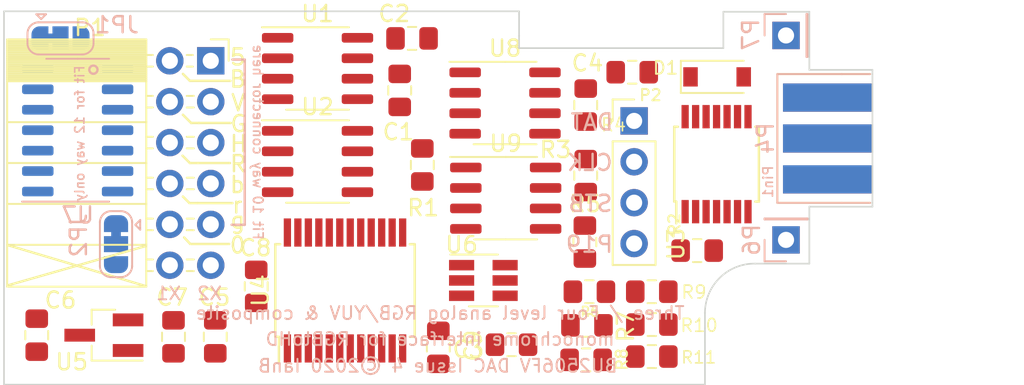
<source format=kicad_pcb>
(kicad_pcb (version 20171130) (host pcbnew "(5.1.4)-1")

  (general
    (thickness 1.6)
    (drawings 67)
    (tracks 0)
    (zones 0)
    (modules 38)
    (nets 45)
  )

  (page A4)
  (layers
    (0 F.Cu signal)
    (31 B.Cu signal)
    (34 B.Paste user hide)
    (35 F.Paste user hide)
    (36 B.SilkS user hide)
    (37 F.SilkS user)
    (38 B.Mask user hide)
    (39 F.Mask user hide)
    (40 Dwgs.User user hide)
    (41 Cmts.User user hide)
    (44 Edge.Cuts user)
    (45 Margin user hide)
    (46 B.CrtYd user hide)
    (47 F.CrtYd user)
    (48 B.Fab user hide)
    (49 F.Fab user hide)
  )

  (setup
    (last_trace_width 0.2032)
    (user_trace_width 0.2032)
    (user_trace_width 0.381)
    (user_trace_width 0.635)
    (user_trace_width 0.762)
    (user_trace_width 0.889)
    (user_trace_width 1.016)
    (user_trace_width 1.143)
    (user_trace_width 1.27)
    (trace_clearance 0.2032)
    (zone_clearance 0.508)
    (zone_45_only yes)
    (trace_min 0.2032)
    (via_size 0.6604)
    (via_drill 0.3048)
    (via_min_size 0.6604)
    (via_min_drill 0.3048)
    (uvia_size 0.6096)
    (uvia_drill 0.3048)
    (uvias_allowed no)
    (uvia_min_size 0)
    (uvia_min_drill 0)
    (edge_width 0.1)
    (segment_width 0.2)
    (pcb_text_width 0.2)
    (pcb_text_size 1.25 1.25)
    (mod_edge_width 0.15)
    (mod_text_size 1 1)
    (mod_text_width 0.15)
    (pad_size 0.8 1.3)
    (pad_drill 0.5)
    (pad_to_mask_clearance 0.15)
    (solder_mask_min_width 0.26)
    (aux_axis_origin 12.502 54.50096)
    (grid_origin 45.002 28.00096)
    (visible_elements 7FFFFFFF)
    (pcbplotparams
      (layerselection 0x010f0_ffffffff)
      (usegerberextensions true)
      (usegerberattributes false)
      (usegerberadvancedattributes false)
      (creategerberjobfile false)
      (excludeedgelayer true)
      (linewidth 0.100000)
      (plotframeref false)
      (viasonmask false)
      (mode 1)
      (useauxorigin false)
      (hpglpennumber 1)
      (hpglpenspeed 20)
      (hpglpendiameter 15.000000)
      (psnegative false)
      (psa4output false)
      (plotreference true)
      (plotvalue false)
      (plotinvisibletext false)
      (padsonsilk false)
      (subtractmaskfromsilk false)
      (outputformat 1)
      (mirror false)
      (drillshape 0)
      (scaleselection 1)
      (outputdirectory "manufacturing/"))
  )

  (net 0 "")
  (net 1 /GND)
  (net 2 /SYNC)
  (net 3 /BLUE)
  (net 4 /GREEN)
  (net 5 /RED)
  (net 6 /BRED)
  (net 7 /BGREEN)
  (net 8 /BBLUE)
  (net 9 /VSYNC)
  (net 10 /VANALOG)
  (net 11 /ASYNC)
  (net 12 /ARED)
  (net 13 /AGREEN)
  (net 14 /ABLUE)
  (net 15 "Net-(P6-Pad1)")
  (net 16 /REFSYNC)
  (net 17 /GPIO22_STB)
  (net 18 /GPIO0_DAT)
  (net 19 /VCC)
  (net 20 /GPIO1_CLK)
  (net 21 /CLAMPLVL)
  (net 22 /CGREEN)
  (net 23 /CLAMP)
  (net 24 /REFGYSYNC)
  (net 25 /REFRBUVLO)
  (net 26 /REFRBUVHI)
  (net 27 /REFGYHI)
  (net 28 /REFGYLO)
  (net 29 /VCC_IN)
  (net 30 /SPARE)
  (net 31 /TERM)
  (net 32 /VCLAMP)
  (net 33 /SGREEN)
  (net 34 "Net-(JP1-Pad3)")
  (net 35 "Net-(JP1-Pad1)")
  (net 36 "Net-(JP2-Pad1)")
  (net 37 "Net-(JP2-Pad3)")
  (net 38 "Net-(R9-Pad2)")
  (net 39 "Net-(R10-Pad2)")
  (net 40 "Net-(R11-Pad2)")
  (net 41 "Net-(P7-Pad1)")
  (net 42 /X2)
  (net 43 /X1)
  (net 44 "Net-(U4-Pad17)")

  (net_class Default "This is the default net class."
    (clearance 0.2032)
    (trace_width 0.2032)
    (via_dia 0.6604)
    (via_drill 0.3048)
    (uvia_dia 0.6096)
    (uvia_drill 0.3048)
    (diff_pair_width 0.2032)
    (diff_pair_gap 0.25)
    (add_net /ABLUE)
    (add_net /AGREEN)
    (add_net /ARED)
    (add_net /ASYNC)
    (add_net /BBLUE)
    (add_net /BGREEN)
    (add_net /BLUE)
    (add_net /BRED)
    (add_net /CGREEN)
    (add_net /CLAMP)
    (add_net /CLAMPLVL)
    (add_net /GND)
    (add_net /GPIO0_DAT)
    (add_net /GPIO1_CLK)
    (add_net /GPIO22_STB)
    (add_net /GREEN)
    (add_net /RED)
    (add_net /REFGYHI)
    (add_net /REFGYLO)
    (add_net /REFGYSYNC)
    (add_net /REFRBUVHI)
    (add_net /REFRBUVLO)
    (add_net /REFSYNC)
    (add_net /SGREEN)
    (add_net /SPARE)
    (add_net /SYNC)
    (add_net /TERM)
    (add_net /VANALOG)
    (add_net /VCC)
    (add_net /VCC_IN)
    (add_net /VCLAMP)
    (add_net /VSYNC)
    (add_net /X1)
    (add_net /X2)
    (add_net "Net-(JP1-Pad1)")
    (add_net "Net-(JP1-Pad3)")
    (add_net "Net-(JP2-Pad1)")
    (add_net "Net-(JP2-Pad3)")
    (add_net "Net-(P6-Pad1)")
    (add_net "Net-(P7-Pad1)")
    (add_net "Net-(R10-Pad2)")
    (add_net "Net-(R11-Pad2)")
    (add_net "Net-(R9-Pad2)")
    (add_net "Net-(U4-Pad17)")
  )

  (net_class Power ""
    (clearance 0.2032)
    (trace_width 0.381)
    (via_dia 0.762)
    (via_drill 0.381)
    (uvia_dia 0.6096)
    (uvia_drill 0.3048)
    (diff_pair_width 0.2032)
    (diff_pair_gap 0.25)
  )

  (module Capacitor_SMD:C_0805_2012Metric_Pad1.15x1.40mm_HandSolder (layer F.Cu) (tedit 5B36C52B) (tstamp 5DC8CC0C)
    (at 54.47112 52.17414 90)
    (descr "Capacitor SMD 0805 (2012 Metric), square (rectangular) end terminal, IPC_7351 nominal with elongated pad for handsoldering. (Body size source: https://docs.google.com/spreadsheets/d/1BsfQQcO9C6DZCsRaXUlFlo91Tg2WpOkGARC1WS5S8t0/edit?usp=sharing), generated with kicad-footprint-generator")
    (tags "capacitor handsolder")
    (path /5DCE4EBF)
    (attr smd)
    (fp_text reference C3 (at -0.12954 1.86436) (layer F.SilkS)
      (effects (font (size 1 1) (thickness 0.15)))
    )
    (fp_text value 100n (at 0 1.65 90) (layer F.Fab)
      (effects (font (size 1 1) (thickness 0.15)))
    )
    (fp_text user %R (at 0 0 90) (layer F.Fab)
      (effects (font (size 0.5 0.5) (thickness 0.08)))
    )
    (fp_line (start 1.85 0.95) (end -1.85 0.95) (layer F.CrtYd) (width 0.05))
    (fp_line (start 1.85 -0.95) (end 1.85 0.95) (layer F.CrtYd) (width 0.05))
    (fp_line (start -1.85 -0.95) (end 1.85 -0.95) (layer F.CrtYd) (width 0.05))
    (fp_line (start -1.85 0.95) (end -1.85 -0.95) (layer F.CrtYd) (width 0.05))
    (fp_line (start -0.261252 0.71) (end 0.261252 0.71) (layer F.SilkS) (width 0.12))
    (fp_line (start -0.261252 -0.71) (end 0.261252 -0.71) (layer F.SilkS) (width 0.12))
    (fp_line (start 1 0.6) (end -1 0.6) (layer F.Fab) (width 0.1))
    (fp_line (start 1 -0.6) (end 1 0.6) (layer F.Fab) (width 0.1))
    (fp_line (start -1 -0.6) (end 1 -0.6) (layer F.Fab) (width 0.1))
    (fp_line (start -1 0.6) (end -1 -0.6) (layer F.Fab) (width 0.1))
    (pad 2 smd roundrect (at 1.025 0 90) (size 1.15 1.4) (layers F.Cu F.Paste F.Mask) (roundrect_rratio 0.217391)
      (net 1 /GND))
    (pad 1 smd roundrect (at -1.025 0 90) (size 1.15 1.4) (layers F.Cu F.Paste F.Mask) (roundrect_rratio 0.217391)
      (net 19 /VCC))
    (model ${KISYS3DMOD}/Capacitor_SMD.3dshapes/C_0805_2012Metric.wrl
      (at (xyz 0 0 0))
      (scale (xyz 1 1 1))
      (rotate (xyz 0 0 0))
    )
  )

  (module Connector_PinHeader_2.54mm:PinHeader_1x04_P2.54mm_Vertical locked (layer F.Cu) (tedit 59FED5CC) (tstamp 5DCC4DD0)
    (at 66.6174 38.11016)
    (descr "Through hole straight pin header, 1x04, 2.54mm pitch, single row")
    (tags "Through hole pin header THT 1x04 2.54mm single row")
    (path /5DCFA861)
    (fp_text reference P2 (at 1.016 -1.6002) (layer F.SilkS)
      (effects (font (size 0.7 0.7) (thickness 0.12)))
    )
    (fp_text value Conn_01x04 (at 0 9.95) (layer F.Fab)
      (effects (font (size 1 1) (thickness 0.15)))
    )
    (fp_text user %R (at 0 3.81 90) (layer F.Fab)
      (effects (font (size 1 1) (thickness 0.15)))
    )
    (fp_line (start 1.8 -1.8) (end -1.8 -1.8) (layer F.CrtYd) (width 0.05))
    (fp_line (start 1.8 9.4) (end 1.8 -1.8) (layer F.CrtYd) (width 0.05))
    (fp_line (start -1.8 9.4) (end 1.8 9.4) (layer F.CrtYd) (width 0.05))
    (fp_line (start -1.8 -1.8) (end -1.8 9.4) (layer F.CrtYd) (width 0.05))
    (fp_line (start -1.33 -1.33) (end 0 -1.33) (layer F.SilkS) (width 0.12))
    (fp_line (start -1.33 0) (end -1.33 -1.33) (layer F.SilkS) (width 0.12))
    (fp_line (start -1.33 1.27) (end 1.33 1.27) (layer F.SilkS) (width 0.12))
    (fp_line (start 1.33 1.27) (end 1.33 8.95) (layer F.SilkS) (width 0.12))
    (fp_line (start -1.33 1.27) (end -1.33 8.95) (layer F.SilkS) (width 0.12))
    (fp_line (start -1.33 8.95) (end 1.33 8.95) (layer F.SilkS) (width 0.12))
    (fp_line (start -1.27 -0.635) (end -0.635 -1.27) (layer F.Fab) (width 0.1))
    (fp_line (start -1.27 8.89) (end -1.27 -0.635) (layer F.Fab) (width 0.1))
    (fp_line (start 1.27 8.89) (end -1.27 8.89) (layer F.Fab) (width 0.1))
    (fp_line (start 1.27 -1.27) (end 1.27 8.89) (layer F.Fab) (width 0.1))
    (fp_line (start -0.635 -1.27) (end 1.27 -1.27) (layer F.Fab) (width 0.1))
    (pad 4 thru_hole oval (at 0 7.62) (size 1.7 1.7) (drill 1) (layers *.Cu *.Mask)
      (net 23 /CLAMP))
    (pad 3 thru_hole oval (at 0 5.08) (size 1.7 1.7) (drill 1) (layers *.Cu *.Mask)
      (net 17 /GPIO22_STB))
    (pad 2 thru_hole oval (at 0 2.54) (size 1.7 1.7) (drill 1) (layers *.Cu *.Mask)
      (net 20 /GPIO1_CLK))
    (pad 1 thru_hole rect (at 0 0) (size 1.7 1.7) (drill 1) (layers *.Cu *.Mask)
      (net 18 /GPIO0_DAT))
    (model ${KISYS3DMOD}/Connector_PinHeader_2.54mm.3dshapes/PinHeader_1x04_P2.54mm_Vertical.wrl
      (at (xyz 0 0 0))
      (scale (xyz 1 1 1))
      (rotate (xyz 0 0 0))
    )
  )

  (module Resistor_SMD:R_0805_2012Metric_Pad1.15x1.40mm_HandSolder (layer F.Cu) (tedit 5B36C52B) (tstamp 5DE9AC19)
    (at 63.61512 37.12602 270)
    (descr "Resistor SMD 0805 (2012 Metric), square (rectangular) end terminal, IPC_7351 nominal with elongated pad for handsoldering. (Body size source: https://docs.google.com/spreadsheets/d/1BsfQQcO9C6DZCsRaXUlFlo91Tg2WpOkGARC1WS5S8t0/edit?usp=sharing), generated with kicad-footprint-generator")
    (tags "resistor handsolder")
    (path /5E08BDE2)
    (attr smd)
    (fp_text reference R4 (at 1.2319 -1.7272) (layer F.SilkS)
      (effects (font (size 0.8 0.8) (thickness 0.1)))
    )
    (fp_text value 1K (at 0 1.65 90) (layer F.Fab)
      (effects (font (size 1 1) (thickness 0.15)))
    )
    (fp_text user %R (at 0 0 90) (layer F.Fab)
      (effects (font (size 0.5 0.5) (thickness 0.08)))
    )
    (fp_line (start 1.85 0.95) (end -1.85 0.95) (layer F.CrtYd) (width 0.05))
    (fp_line (start 1.85 -0.95) (end 1.85 0.95) (layer F.CrtYd) (width 0.05))
    (fp_line (start -1.85 -0.95) (end 1.85 -0.95) (layer F.CrtYd) (width 0.05))
    (fp_line (start -1.85 0.95) (end -1.85 -0.95) (layer F.CrtYd) (width 0.05))
    (fp_line (start -0.261252 0.71) (end 0.261252 0.71) (layer F.SilkS) (width 0.12))
    (fp_line (start -0.261252 -0.71) (end 0.261252 -0.71) (layer F.SilkS) (width 0.12))
    (fp_line (start 1 0.6) (end -1 0.6) (layer F.Fab) (width 0.1))
    (fp_line (start 1 -0.6) (end 1 0.6) (layer F.Fab) (width 0.1))
    (fp_line (start -1 -0.6) (end 1 -0.6) (layer F.Fab) (width 0.1))
    (fp_line (start -1 0.6) (end -1 -0.6) (layer F.Fab) (width 0.1))
    (pad 2 smd roundrect (at 1.025 0 270) (size 1.15 1.4) (layers F.Cu F.Paste F.Mask) (roundrect_rratio 0.217391)
      (net 23 /CLAMP))
    (pad 1 smd roundrect (at -1.025 0 270) (size 1.15 1.4) (layers F.Cu F.Paste F.Mask) (roundrect_rratio 0.217391)
      (net 19 /VCC))
    (model ${KISYS3DMOD}/Resistor_SMD.3dshapes/R_0805_2012Metric.wrl
      (at (xyz 0 0 0))
      (scale (xyz 1 1 1))
      (rotate (xyz 0 0 0))
    )
  )

  (module Resistor_SMD:R_0805_2012Metric_Pad1.15x1.40mm_HandSolder (layer F.Cu) (tedit 5B36C52B) (tstamp 5DEAAA5E)
    (at 63.84372 48.71974)
    (descr "Resistor SMD 0805 (2012 Metric), square (rectangular) end terminal, IPC_7351 nominal with elongated pad for handsoldering. (Body size source: https://docs.google.com/spreadsheets/d/1BsfQQcO9C6DZCsRaXUlFlo91Tg2WpOkGARC1WS5S8t0/edit?usp=sharing), generated with kicad-footprint-generator")
    (tags "resistor handsolder")
    (path /5DFCAEED)
    (attr smd)
    (fp_text reference R6 (at 0.0254 1.2446) (layer F.SilkS)
      (effects (font (size 0.6 0.6) (thickness 0.1)))
    )
    (fp_text value 47K (at 0 1.65) (layer F.Fab)
      (effects (font (size 1 1) (thickness 0.15)))
    )
    (fp_line (start -1 0.6) (end -1 -0.6) (layer F.Fab) (width 0.1))
    (fp_line (start -1 -0.6) (end 1 -0.6) (layer F.Fab) (width 0.1))
    (fp_line (start 1 -0.6) (end 1 0.6) (layer F.Fab) (width 0.1))
    (fp_line (start 1 0.6) (end -1 0.6) (layer F.Fab) (width 0.1))
    (fp_line (start -0.261252 -0.71) (end 0.261252 -0.71) (layer F.SilkS) (width 0.12))
    (fp_line (start -0.261252 0.71) (end 0.261252 0.71) (layer F.SilkS) (width 0.12))
    (fp_line (start -1.85 0.95) (end -1.85 -0.95) (layer F.CrtYd) (width 0.05))
    (fp_line (start -1.85 -0.95) (end 1.85 -0.95) (layer F.CrtYd) (width 0.05))
    (fp_line (start 1.85 -0.95) (end 1.85 0.95) (layer F.CrtYd) (width 0.05))
    (fp_line (start 1.85 0.95) (end -1.85 0.95) (layer F.CrtYd) (width 0.05))
    (fp_text user %R (at 0 0) (layer F.Fab)
      (effects (font (size 0.5 0.5) (thickness 0.08)))
    )
    (pad 1 smd roundrect (at -1.025 0) (size 1.15 1.4) (layers F.Cu F.Paste F.Mask) (roundrect_rratio 0.217391)
      (net 14 /ABLUE))
    (pad 2 smd roundrect (at 1.025 0) (size 1.15 1.4) (layers F.Cu F.Paste F.Mask) (roundrect_rratio 0.217391)
      (net 1 /GND))
    (model ${KISYS3DMOD}/Resistor_SMD.3dshapes/R_0805_2012Metric.wrl
      (at (xyz 0 0 0))
      (scale (xyz 1 1 1))
      (rotate (xyz 0 0 0))
    )
  )

  (module Resistor_SMD:R_0805_2012Metric_Pad1.15x1.40mm_HandSolder (layer F.Cu) (tedit 5B36C52B) (tstamp 5DEAAA6F)
    (at 63.69132 50.81016 180)
    (descr "Resistor SMD 0805 (2012 Metric), square (rectangular) end terminal, IPC_7351 nominal with elongated pad for handsoldering. (Body size source: https://docs.google.com/spreadsheets/d/1BsfQQcO9C6DZCsRaXUlFlo91Tg2WpOkGARC1WS5S8t0/edit?usp=sharing), generated with kicad-footprint-generator")
    (tags "resistor handsolder")
    (path /5DFFC467)
    (attr smd)
    (fp_text reference R7 (at -2.4003 -0.0635 90) (layer F.SilkS)
      (effects (font (size 1 1) (thickness 0.15)))
    )
    (fp_text value 47K (at 0 1.65) (layer F.Fab)
      (effects (font (size 1 1) (thickness 0.15)))
    )
    (fp_text user %R (at 0 0) (layer F.Fab)
      (effects (font (size 0.5 0.5) (thickness 0.08)))
    )
    (fp_line (start 1.85 0.95) (end -1.85 0.95) (layer F.CrtYd) (width 0.05))
    (fp_line (start 1.85 -0.95) (end 1.85 0.95) (layer F.CrtYd) (width 0.05))
    (fp_line (start -1.85 -0.95) (end 1.85 -0.95) (layer F.CrtYd) (width 0.05))
    (fp_line (start -1.85 0.95) (end -1.85 -0.95) (layer F.CrtYd) (width 0.05))
    (fp_line (start -0.261252 0.71) (end 0.261252 0.71) (layer F.SilkS) (width 0.12))
    (fp_line (start -0.261252 -0.71) (end 0.261252 -0.71) (layer F.SilkS) (width 0.12))
    (fp_line (start 1 0.6) (end -1 0.6) (layer F.Fab) (width 0.1))
    (fp_line (start 1 -0.6) (end 1 0.6) (layer F.Fab) (width 0.1))
    (fp_line (start -1 -0.6) (end 1 -0.6) (layer F.Fab) (width 0.1))
    (fp_line (start -1 0.6) (end -1 -0.6) (layer F.Fab) (width 0.1))
    (pad 2 smd roundrect (at 1.025 0 180) (size 1.15 1.4) (layers F.Cu F.Paste F.Mask) (roundrect_rratio 0.217391)
      (net 1 /GND))
    (pad 1 smd roundrect (at -1.025 0 180) (size 1.15 1.4) (layers F.Cu F.Paste F.Mask) (roundrect_rratio 0.217391)
      (net 13 /AGREEN))
    (model ${KISYS3DMOD}/Resistor_SMD.3dshapes/R_0805_2012Metric.wrl
      (at (xyz 0 0 0))
      (scale (xyz 1 1 1))
      (rotate (xyz 0 0 0))
    )
  )

  (module Resistor_SMD:R_0805_2012Metric_Pad1.15x1.40mm_HandSolder (layer F.Cu) (tedit 5B36C52B) (tstamp 5DEAAA80)
    (at 63.64052 52.95138)
    (descr "Resistor SMD 0805 (2012 Metric), square (rectangular) end terminal, IPC_7351 nominal with elongated pad for handsoldering. (Body size source: https://docs.google.com/spreadsheets/d/1BsfQQcO9C6DZCsRaXUlFlo91Tg2WpOkGARC1WS5S8t0/edit?usp=sharing), generated with kicad-footprint-generator")
    (tags "resistor handsolder")
    (path /5DFFCF3C)
    (attr smd)
    (fp_text reference R8 (at 2.2135 -0.0254 90) (layer F.SilkS)
      (effects (font (size 0.7 0.7) (thickness 0.12)))
    )
    (fp_text value 47K (at 0 1.65) (layer F.Fab)
      (effects (font (size 1 1) (thickness 0.15)))
    )
    (fp_line (start -1 0.6) (end -1 -0.6) (layer F.Fab) (width 0.1))
    (fp_line (start -1 -0.6) (end 1 -0.6) (layer F.Fab) (width 0.1))
    (fp_line (start 1 -0.6) (end 1 0.6) (layer F.Fab) (width 0.1))
    (fp_line (start 1 0.6) (end -1 0.6) (layer F.Fab) (width 0.1))
    (fp_line (start -0.261252 -0.71) (end 0.261252 -0.71) (layer F.SilkS) (width 0.12))
    (fp_line (start -0.261252 0.71) (end 0.261252 0.71) (layer F.SilkS) (width 0.12))
    (fp_line (start -1.85 0.95) (end -1.85 -0.95) (layer F.CrtYd) (width 0.05))
    (fp_line (start -1.85 -0.95) (end 1.85 -0.95) (layer F.CrtYd) (width 0.05))
    (fp_line (start 1.85 -0.95) (end 1.85 0.95) (layer F.CrtYd) (width 0.05))
    (fp_line (start 1.85 0.95) (end -1.85 0.95) (layer F.CrtYd) (width 0.05))
    (fp_text user %R (at 0 0) (layer F.Fab)
      (effects (font (size 0.5 0.5) (thickness 0.08)))
    )
    (pad 1 smd roundrect (at -1.025 0) (size 1.15 1.4) (layers F.Cu F.Paste F.Mask) (roundrect_rratio 0.217391)
      (net 12 /ARED))
    (pad 2 smd roundrect (at 1.025 0) (size 1.15 1.4) (layers F.Cu F.Paste F.Mask) (roundrect_rratio 0.217391)
      (net 1 /GND))
    (model ${KISYS3DMOD}/Resistor_SMD.3dshapes/R_0805_2012Metric.wrl
      (at (xyz 0 0 0))
      (scale (xyz 1 1 1))
      (rotate (xyz 0 0 0))
    )
  )

  (module Capacitor_SMD:C_0805_2012Metric_Pad1.15x1.40mm_HandSolder (layer F.Cu) (tedit 5B36C52B) (tstamp 5DCDAF35)
    (at 66.50056 35.08502 180)
    (descr "Capacitor SMD 0805 (2012 Metric), square (rectangular) end terminal, IPC_7351 nominal with elongated pad for handsoldering. (Body size source: https://docs.google.com/spreadsheets/d/1BsfQQcO9C6DZCsRaXUlFlo91Tg2WpOkGARC1WS5S8t0/edit?usp=sharing), generated with kicad-footprint-generator")
    (tags "capacitor handsolder")
    (path /5DCAB08B)
    (attr smd)
    (fp_text reference C4 (at 2.77876 0.56388) (layer F.SilkS)
      (effects (font (size 1 1) (thickness 0.15)))
    )
    (fp_text value 100n (at 0 1.65) (layer F.Fab)
      (effects (font (size 1 1) (thickness 0.15)))
    )
    (fp_text user %R (at 0 0) (layer F.Fab)
      (effects (font (size 0.5 0.5) (thickness 0.08)))
    )
    (fp_line (start 1.85 0.95) (end -1.85 0.95) (layer F.CrtYd) (width 0.05))
    (fp_line (start 1.85 -0.95) (end 1.85 0.95) (layer F.CrtYd) (width 0.05))
    (fp_line (start -1.85 -0.95) (end 1.85 -0.95) (layer F.CrtYd) (width 0.05))
    (fp_line (start -1.85 0.95) (end -1.85 -0.95) (layer F.CrtYd) (width 0.05))
    (fp_line (start -0.261252 0.71) (end 0.261252 0.71) (layer F.SilkS) (width 0.12))
    (fp_line (start -0.261252 -0.71) (end 0.261252 -0.71) (layer F.SilkS) (width 0.12))
    (fp_line (start 1 0.6) (end -1 0.6) (layer F.Fab) (width 0.1))
    (fp_line (start 1 -0.6) (end 1 0.6) (layer F.Fab) (width 0.1))
    (fp_line (start -1 -0.6) (end 1 -0.6) (layer F.Fab) (width 0.1))
    (fp_line (start -1 0.6) (end -1 -0.6) (layer F.Fab) (width 0.1))
    (pad 2 smd roundrect (at 1.025 0 180) (size 1.15 1.4) (layers F.Cu F.Paste F.Mask) (roundrect_rratio 0.217391)
      (net 1 /GND))
    (pad 1 smd roundrect (at -1.025 0 180) (size 1.15 1.4) (layers F.Cu F.Paste F.Mask) (roundrect_rratio 0.217391)
      (net 19 /VCC))
    (model ${KISYS3DMOD}/Capacitor_SMD.3dshapes/C_0805_2012Metric.wrl
      (at (xyz 0 0 0))
      (scale (xyz 1 1 1))
      (rotate (xyz 0 0 0))
    )
  )

  (module Capacitor_SMD:C_0805_2012Metric_Pad1.15x1.40mm_HandSolder (layer F.Cu) (tedit 5B36C52B) (tstamp 5DC8CC3F)
    (at 38.0424 51.52136 270)
    (descr "Capacitor SMD 0805 (2012 Metric), square (rectangular) end terminal, IPC_7351 nominal with elongated pad for handsoldering. (Body size source: https://docs.google.com/spreadsheets/d/1BsfQQcO9C6DZCsRaXUlFlo91Tg2WpOkGARC1WS5S8t0/edit?usp=sharing), generated with kicad-footprint-generator")
    (tags "capacitor handsolder")
    (path /5DD09882)
    (attr smd)
    (fp_text reference C7 (at -2.4511 0.0762) (layer F.SilkS)
      (effects (font (size 1 1) (thickness 0.15)))
    )
    (fp_text value 10uF (at 0 1.65 90) (layer F.Fab)
      (effects (font (size 1 1) (thickness 0.15)))
    )
    (fp_line (start -1 0.6) (end -1 -0.6) (layer F.Fab) (width 0.1))
    (fp_line (start -1 -0.6) (end 1 -0.6) (layer F.Fab) (width 0.1))
    (fp_line (start 1 -0.6) (end 1 0.6) (layer F.Fab) (width 0.1))
    (fp_line (start 1 0.6) (end -1 0.6) (layer F.Fab) (width 0.1))
    (fp_line (start -0.261252 -0.71) (end 0.261252 -0.71) (layer F.SilkS) (width 0.12))
    (fp_line (start -0.261252 0.71) (end 0.261252 0.71) (layer F.SilkS) (width 0.12))
    (fp_line (start -1.85 0.95) (end -1.85 -0.95) (layer F.CrtYd) (width 0.05))
    (fp_line (start -1.85 -0.95) (end 1.85 -0.95) (layer F.CrtYd) (width 0.05))
    (fp_line (start 1.85 -0.95) (end 1.85 0.95) (layer F.CrtYd) (width 0.05))
    (fp_line (start 1.85 0.95) (end -1.85 0.95) (layer F.CrtYd) (width 0.05))
    (fp_text user %R (at 0 0 90) (layer F.Fab)
      (effects (font (size 0.5 0.5) (thickness 0.08)))
    )
    (pad 1 smd roundrect (at -1.025 0 270) (size 1.15 1.4) (layers F.Cu F.Paste F.Mask) (roundrect_rratio 0.217391)
      (net 10 /VANALOG))
    (pad 2 smd roundrect (at 1.025 0 270) (size 1.15 1.4) (layers F.Cu F.Paste F.Mask) (roundrect_rratio 0.217391)
      (net 1 /GND))
    (model ${KISYS3DMOD}/Capacitor_SMD.3dshapes/C_0805_2012Metric.wrl
      (at (xyz 0 0 0))
      (scale (xyz 1 1 1))
      (rotate (xyz 0 0 0))
    )
  )

  (module Connector_PinHeader_2.54mm:PinHeader_1x01_P2.54mm_Vertical (layer B.Cu) (tedit 59FED5CC) (tstamp 5DCB85A9)
    (at 76.0408 45.50096)
    (descr "Through hole straight pin header, 1x01, 2.54mm pitch, single row")
    (tags "Through hole pin header THT 1x01 2.54mm single row")
    (path /5DD07D72)
    (fp_text reference P6 (at -2.1336 0 90) (layer B.SilkS)
      (effects (font (size 1 1) (thickness 0.15)) (justify mirror))
    )
    (fp_text value Conn_01x01 (at 0 -2.33) (layer B.Fab)
      (effects (font (size 1 1) (thickness 0.15)) (justify mirror))
    )
    (fp_line (start -0.635 1.27) (end 1.27 1.27) (layer B.Fab) (width 0.1))
    (fp_line (start 1.27 1.27) (end 1.27 -1.27) (layer B.Fab) (width 0.1))
    (fp_line (start 1.27 -1.27) (end -1.27 -1.27) (layer B.Fab) (width 0.1))
    (fp_line (start -1.27 -1.27) (end -1.27 0.635) (layer B.Fab) (width 0.1))
    (fp_line (start -1.27 0.635) (end -0.635 1.27) (layer B.Fab) (width 0.1))
    (fp_line (start -1.33 -1.33) (end 1.33 -1.33) (layer B.SilkS) (width 0.12))
    (fp_line (start -1.33 -1.27) (end -1.33 -1.33) (layer B.SilkS) (width 0.12))
    (fp_line (start 1.33 -1.27) (end 1.33 -1.33) (layer B.SilkS) (width 0.12))
    (fp_line (start -1.33 -1.27) (end 1.33 -1.27) (layer B.SilkS) (width 0.12))
    (fp_line (start -1.33 0) (end -1.33 1.33) (layer B.SilkS) (width 0.12))
    (fp_line (start -1.33 1.33) (end 0 1.33) (layer B.SilkS) (width 0.12))
    (fp_line (start -1.8 1.8) (end -1.8 -1.8) (layer B.CrtYd) (width 0.05))
    (fp_line (start -1.8 -1.8) (end 1.8 -1.8) (layer B.CrtYd) (width 0.05))
    (fp_line (start 1.8 -1.8) (end 1.8 1.8) (layer B.CrtYd) (width 0.05))
    (fp_line (start 1.8 1.8) (end -1.8 1.8) (layer B.CrtYd) (width 0.05))
    (fp_text user %R (at 0 0 270) (layer B.Fab)
      (effects (font (size 1 1) (thickness 0.15)) (justify mirror))
    )
    (pad 1 thru_hole rect (at 0 0) (size 1.7 1.7) (drill 1) (layers *.Cu *.Mask)
      (net 15 "Net-(P6-Pad1)"))
    (model ${KISYS3DMOD}/Connector_PinHeader_2.54mm.3dshapes/PinHeader_1x01_P2.54mm_Vertical.wrl
      (at (xyz 0 0 0))
      (scale (xyz 1 1 1))
      (rotate (xyz 0 0 0))
    )
  )

  (module Capacitor_SMD:C_0805_2012Metric_Pad1.15x1.40mm_HandSolder (layer F.Cu) (tedit 5B36C52B) (tstamp 5DCA2A4C)
    (at 29.5588 51.41976 270)
    (descr "Capacitor SMD 0805 (2012 Metric), square (rectangular) end terminal, IPC_7351 nominal with elongated pad for handsoldering. (Body size source: https://docs.google.com/spreadsheets/d/1BsfQQcO9C6DZCsRaXUlFlo91Tg2WpOkGARC1WS5S8t0/edit?usp=sharing), generated with kicad-footprint-generator")
    (tags "capacitor handsolder")
    (path /5DCE58C4)
    (attr smd)
    (fp_text reference C6 (at -2.1717 -1.4732) (layer F.SilkS)
      (effects (font (size 1 1) (thickness 0.15)))
    )
    (fp_text value 10uF (at 0 1.65 90) (layer F.Fab)
      (effects (font (size 1 1) (thickness 0.15)))
    )
    (fp_text user %R (at 0 0 90) (layer F.Fab)
      (effects (font (size 0.5 0.5) (thickness 0.08)))
    )
    (fp_line (start 1.85 0.95) (end -1.85 0.95) (layer F.CrtYd) (width 0.05))
    (fp_line (start 1.85 -0.95) (end 1.85 0.95) (layer F.CrtYd) (width 0.05))
    (fp_line (start -1.85 -0.95) (end 1.85 -0.95) (layer F.CrtYd) (width 0.05))
    (fp_line (start -1.85 0.95) (end -1.85 -0.95) (layer F.CrtYd) (width 0.05))
    (fp_line (start -0.261252 0.71) (end 0.261252 0.71) (layer F.SilkS) (width 0.12))
    (fp_line (start -0.261252 -0.71) (end 0.261252 -0.71) (layer F.SilkS) (width 0.12))
    (fp_line (start 1 0.6) (end -1 0.6) (layer F.Fab) (width 0.1))
    (fp_line (start 1 -0.6) (end 1 0.6) (layer F.Fab) (width 0.1))
    (fp_line (start -1 -0.6) (end 1 -0.6) (layer F.Fab) (width 0.1))
    (fp_line (start -1 0.6) (end -1 -0.6) (layer F.Fab) (width 0.1))
    (pad 2 smd roundrect (at 1.025 0 270) (size 1.15 1.4) (layers F.Cu F.Paste F.Mask) (roundrect_rratio 0.217391)
      (net 1 /GND))
    (pad 1 smd roundrect (at -1.025 0 270) (size 1.15 1.4) (layers F.Cu F.Paste F.Mask) (roundrect_rratio 0.217391)
      (net 19 /VCC))
    (model ${KISYS3DMOD}/Capacitor_SMD.3dshapes/C_0805_2012Metric.wrl
      (at (xyz 0 0 0))
      (scale (xyz 1 1 1))
      (rotate (xyz 0 0 0))
    )
  )

  (module Package_TO_SOT_SMD:SOT-23_Handsoldering (layer F.Cu) (tedit 5A0AB76C) (tstamp 5DCF45C6)
    (at 33.7244 51.41976 180)
    (descr "SOT-23, Handsoldering")
    (tags SOT-23)
    (path /5DDED86E)
    (attr smd)
    (fp_text reference U5 (at 1.9939 -1.6637) (layer F.SilkS)
      (effects (font (size 1 1) (thickness 0.15)))
    )
    (fp_text value XC6206P332MR (at 0 2.5) (layer F.Fab)
      (effects (font (size 1 1) (thickness 0.15)))
    )
    (fp_text user %R (at 0 0 90) (layer F.Fab)
      (effects (font (size 0.5 0.5) (thickness 0.075)))
    )
    (fp_line (start 0.76 1.58) (end 0.76 0.65) (layer F.SilkS) (width 0.12))
    (fp_line (start 0.76 -1.58) (end 0.76 -0.65) (layer F.SilkS) (width 0.12))
    (fp_line (start -2.7 -1.75) (end 2.7 -1.75) (layer F.CrtYd) (width 0.05))
    (fp_line (start 2.7 -1.75) (end 2.7 1.75) (layer F.CrtYd) (width 0.05))
    (fp_line (start 2.7 1.75) (end -2.7 1.75) (layer F.CrtYd) (width 0.05))
    (fp_line (start -2.7 1.75) (end -2.7 -1.75) (layer F.CrtYd) (width 0.05))
    (fp_line (start 0.76 -1.58) (end -2.4 -1.58) (layer F.SilkS) (width 0.12))
    (fp_line (start -0.7 -0.95) (end -0.7 1.5) (layer F.Fab) (width 0.1))
    (fp_line (start -0.15 -1.52) (end 0.7 -1.52) (layer F.Fab) (width 0.1))
    (fp_line (start -0.7 -0.95) (end -0.15 -1.52) (layer F.Fab) (width 0.1))
    (fp_line (start 0.7 -1.52) (end 0.7 1.52) (layer F.Fab) (width 0.1))
    (fp_line (start -0.7 1.52) (end 0.7 1.52) (layer F.Fab) (width 0.1))
    (fp_line (start 0.76 1.58) (end -0.7 1.58) (layer F.SilkS) (width 0.12))
    (pad 1 smd rect (at -1.5 -0.95 180) (size 1.9 0.8) (layers F.Cu F.Paste F.Mask)
      (net 1 /GND))
    (pad 2 smd rect (at -1.5 0.95 180) (size 1.9 0.8) (layers F.Cu F.Paste F.Mask)
      (net 10 /VANALOG))
    (pad 3 smd rect (at 1.5 0 180) (size 1.9 0.8) (layers F.Cu F.Paste F.Mask)
      (net 19 /VCC))
    (model ${KISYS3DMOD}/Package_TO_SOT_SMD.3dshapes/SOT-23.wrl
      (at (xyz 0 0 0))
      (scale (xyz 1 1 1))
      (rotate (xyz 0 0 0))
    )
  )

  (module Capacitor_SMD:C_0805_2012Metric_Pad1.15x1.40mm_HandSolder (layer F.Cu) (tedit 5B36C52B) (tstamp 5DD471B5)
    (at 43.1732 48.387 270)
    (descr "Capacitor SMD 0805 (2012 Metric), square (rectangular) end terminal, IPC_7351 nominal with elongated pad for handsoldering. (Body size source: https://docs.google.com/spreadsheets/d/1BsfQQcO9C6DZCsRaXUlFlo91Tg2WpOkGARC1WS5S8t0/edit?usp=sharing), generated with kicad-footprint-generator")
    (tags "capacitor handsolder")
    (path /5DE8AE53)
    (attr smd)
    (fp_text reference C8 (at -2.3876 0.0381) (layer F.SilkS)
      (effects (font (size 1 1) (thickness 0.15)))
    )
    (fp_text value 10uF (at 0 1.65 90) (layer F.Fab)
      (effects (font (size 1 1) (thickness 0.15)))
    )
    (fp_text user %R (at 0 0 90) (layer F.Fab)
      (effects (font (size 0.5 0.5) (thickness 0.08)))
    )
    (fp_line (start 1.85 0.95) (end -1.85 0.95) (layer F.CrtYd) (width 0.05))
    (fp_line (start 1.85 -0.95) (end 1.85 0.95) (layer F.CrtYd) (width 0.05))
    (fp_line (start -1.85 -0.95) (end 1.85 -0.95) (layer F.CrtYd) (width 0.05))
    (fp_line (start -1.85 0.95) (end -1.85 -0.95) (layer F.CrtYd) (width 0.05))
    (fp_line (start -0.261252 0.71) (end 0.261252 0.71) (layer F.SilkS) (width 0.12))
    (fp_line (start -0.261252 -0.71) (end 0.261252 -0.71) (layer F.SilkS) (width 0.12))
    (fp_line (start 1 0.6) (end -1 0.6) (layer F.Fab) (width 0.1))
    (fp_line (start 1 -0.6) (end 1 0.6) (layer F.Fab) (width 0.1))
    (fp_line (start -1 -0.6) (end 1 -0.6) (layer F.Fab) (width 0.1))
    (fp_line (start -1 0.6) (end -1 -0.6) (layer F.Fab) (width 0.1))
    (pad 2 smd roundrect (at 1.025 0 270) (size 1.15 1.4) (layers F.Cu F.Paste F.Mask) (roundrect_rratio 0.217391)
      (net 1 /GND))
    (pad 1 smd roundrect (at -1.025 0 270) (size 1.15 1.4) (layers F.Cu F.Paste F.Mask) (roundrect_rratio 0.217391)
      (net 21 /CLAMPLVL))
    (model ${KISYS3DMOD}/Capacitor_SMD.3dshapes/C_0805_2012Metric.wrl
      (at (xyz 0 0 0))
      (scale (xyz 1 1 1))
      (rotate (xyz 0 0 0))
    )
  )

  (module Capacitor_SMD:C_0805_2012Metric_Pad1.15x1.40mm_HandSolder (layer F.Cu) (tedit 5B36C52B) (tstamp 5DD471C6)
    (at 52.0759 36.21532 270)
    (descr "Capacitor SMD 0805 (2012 Metric), square (rectangular) end terminal, IPC_7351 nominal with elongated pad for handsoldering. (Body size source: https://docs.google.com/spreadsheets/d/1BsfQQcO9C6DZCsRaXUlFlo91Tg2WpOkGARC1WS5S8t0/edit?usp=sharing), generated with kicad-footprint-generator")
    (tags "capacitor handsolder")
    (path /5DE8B86E)
    (attr smd)
    (fp_text reference C1 (at 2.5818 0.0762) (layer F.SilkS)
      (effects (font (size 1 1) (thickness 0.15)))
    )
    (fp_text value 100n (at 0 1.65 90) (layer F.Fab)
      (effects (font (size 1 1) (thickness 0.15)))
    )
    (fp_line (start -1 0.6) (end -1 -0.6) (layer F.Fab) (width 0.1))
    (fp_line (start -1 -0.6) (end 1 -0.6) (layer F.Fab) (width 0.1))
    (fp_line (start 1 -0.6) (end 1 0.6) (layer F.Fab) (width 0.1))
    (fp_line (start 1 0.6) (end -1 0.6) (layer F.Fab) (width 0.1))
    (fp_line (start -0.261252 -0.71) (end 0.261252 -0.71) (layer F.SilkS) (width 0.12))
    (fp_line (start -0.261252 0.71) (end 0.261252 0.71) (layer F.SilkS) (width 0.12))
    (fp_line (start -1.85 0.95) (end -1.85 -0.95) (layer F.CrtYd) (width 0.05))
    (fp_line (start -1.85 -0.95) (end 1.85 -0.95) (layer F.CrtYd) (width 0.05))
    (fp_line (start 1.85 -0.95) (end 1.85 0.95) (layer F.CrtYd) (width 0.05))
    (fp_line (start 1.85 0.95) (end -1.85 0.95) (layer F.CrtYd) (width 0.05))
    (fp_text user %R (at 0 0 90) (layer F.Fab)
      (effects (font (size 0.5 0.5) (thickness 0.08)))
    )
    (pad 1 smd roundrect (at -1.025 0 270) (size 1.15 1.4) (layers F.Cu F.Paste F.Mask) (roundrect_rratio 0.217391)
      (net 13 /AGREEN))
    (pad 2 smd roundrect (at 1.025 0 270) (size 1.15 1.4) (layers F.Cu F.Paste F.Mask) (roundrect_rratio 0.217391)
      (net 22 /CGREEN))
    (model ${KISYS3DMOD}/Capacitor_SMD.3dshapes/C_0805_2012Metric.wrl
      (at (xyz 0 0 0))
      (scale (xyz 1 1 1))
      (rotate (xyz 0 0 0))
    )
  )

  (module Capacitor_SMD:C_0805_2012Metric_Pad1.15x1.40mm_HandSolder (layer F.Cu) (tedit 5B36C52B) (tstamp 5DE9AC08)
    (at 40.6332 51.52136 270)
    (descr "Capacitor SMD 0805 (2012 Metric), square (rectangular) end terminal, IPC_7351 nominal with elongated pad for handsoldering. (Body size source: https://docs.google.com/spreadsheets/d/1BsfQQcO9C6DZCsRaXUlFlo91Tg2WpOkGARC1WS5S8t0/edit?usp=sharing), generated with kicad-footprint-generator")
    (tags "capacitor handsolder")
    (path /5E10B5E9)
    (attr smd)
    (fp_text reference C5 (at -2.4511 0.0508) (layer F.SilkS)
      (effects (font (size 1 1) (thickness 0.15)))
    )
    (fp_text value 100n (at 0 1.65 90) (layer F.Fab)
      (effects (font (size 1 1) (thickness 0.15)))
    )
    (fp_line (start -1 0.6) (end -1 -0.6) (layer F.Fab) (width 0.1))
    (fp_line (start -1 -0.6) (end 1 -0.6) (layer F.Fab) (width 0.1))
    (fp_line (start 1 -0.6) (end 1 0.6) (layer F.Fab) (width 0.1))
    (fp_line (start 1 0.6) (end -1 0.6) (layer F.Fab) (width 0.1))
    (fp_line (start -0.261252 -0.71) (end 0.261252 -0.71) (layer F.SilkS) (width 0.12))
    (fp_line (start -0.261252 0.71) (end 0.261252 0.71) (layer F.SilkS) (width 0.12))
    (fp_line (start -1.85 0.95) (end -1.85 -0.95) (layer F.CrtYd) (width 0.05))
    (fp_line (start -1.85 -0.95) (end 1.85 -0.95) (layer F.CrtYd) (width 0.05))
    (fp_line (start 1.85 -0.95) (end 1.85 0.95) (layer F.CrtYd) (width 0.05))
    (fp_line (start 1.85 0.95) (end -1.85 0.95) (layer F.CrtYd) (width 0.05))
    (fp_text user %R (at 0 0 90) (layer F.Fab)
      (effects (font (size 0.5 0.5) (thickness 0.08)))
    )
    (pad 1 smd roundrect (at -1.025 0 270) (size 1.15 1.4) (layers F.Cu F.Paste F.Mask) (roundrect_rratio 0.217391)
      (net 10 /VANALOG))
    (pad 2 smd roundrect (at 1.025 0 270) (size 1.15 1.4) (layers F.Cu F.Paste F.Mask) (roundrect_rratio 0.217391)
      (net 1 /GND))
    (model ${KISYS3DMOD}/Capacitor_SMD.3dshapes/C_0805_2012Metric.wrl
      (at (xyz 0 0 0))
      (scale (xyz 1 1 1))
      (rotate (xyz 0 0 0))
    )
  )

  (module Resistor_SMD:R_0805_2012Metric_Pad1.15x1.40mm_HandSolder (layer F.Cu) (tedit 5B36C52B) (tstamp 5DE9AC2A)
    (at 70.529 46.16704)
    (descr "Resistor SMD 0805 (2012 Metric), square (rectangular) end terminal, IPC_7351 nominal with elongated pad for handsoldering. (Body size source: https://docs.google.com/spreadsheets/d/1BsfQQcO9C6DZCsRaXUlFlo91Tg2WpOkGARC1WS5S8t0/edit?usp=sharing), generated with kicad-footprint-generator")
    (tags "resistor handsolder")
    (path /5E08C96C)
    (attr smd)
    (fp_text reference R2 (at -1.4097 -1.6383 90) (layer F.SilkS)
      (effects (font (size 0.7 0.7) (thickness 0.12)))
    )
    (fp_text value 1K (at 0 1.65) (layer F.Fab)
      (effects (font (size 1 1) (thickness 0.15)))
    )
    (fp_line (start -1 0.6) (end -1 -0.6) (layer F.Fab) (width 0.1))
    (fp_line (start -1 -0.6) (end 1 -0.6) (layer F.Fab) (width 0.1))
    (fp_line (start 1 -0.6) (end 1 0.6) (layer F.Fab) (width 0.1))
    (fp_line (start 1 0.6) (end -1 0.6) (layer F.Fab) (width 0.1))
    (fp_line (start -0.261252 -0.71) (end 0.261252 -0.71) (layer F.SilkS) (width 0.12))
    (fp_line (start -0.261252 0.71) (end 0.261252 0.71) (layer F.SilkS) (width 0.12))
    (fp_line (start -1.85 0.95) (end -1.85 -0.95) (layer F.CrtYd) (width 0.05))
    (fp_line (start -1.85 -0.95) (end 1.85 -0.95) (layer F.CrtYd) (width 0.05))
    (fp_line (start 1.85 -0.95) (end 1.85 0.95) (layer F.CrtYd) (width 0.05))
    (fp_line (start 1.85 0.95) (end -1.85 0.95) (layer F.CrtYd) (width 0.05))
    (fp_text user %R (at 0 0) (layer F.Fab)
      (effects (font (size 0.5 0.5) (thickness 0.08)))
    )
    (pad 1 smd roundrect (at -1.025 0) (size 1.15 1.4) (layers F.Cu F.Paste F.Mask) (roundrect_rratio 0.217391)
      (net 11 /ASYNC))
    (pad 2 smd roundrect (at 1.025 0) (size 1.15 1.4) (layers F.Cu F.Paste F.Mask) (roundrect_rratio 0.217391)
      (net 1 /GND))
    (model ${KISYS3DMOD}/Resistor_SMD.3dshapes/R_0805_2012Metric.wrl
      (at (xyz 0 0 0))
      (scale (xyz 1 1 1))
      (rotate (xyz 0 0 0))
    )
  )

  (module Capacitor_SMD:C_0805_2012Metric_Pad1.15x1.40mm_HandSolder (layer F.Cu) (tedit 5B36C52B) (tstamp 5DEA6F85)
    (at 52.84044 32.98444)
    (descr "Capacitor SMD 0805 (2012 Metric), square (rectangular) end terminal, IPC_7351 nominal with elongated pad for handsoldering. (Body size source: https://docs.google.com/spreadsheets/d/1BsfQQcO9C6DZCsRaXUlFlo91Tg2WpOkGARC1WS5S8t0/edit?usp=sharing), generated with kicad-footprint-generator")
    (tags "capacitor handsolder")
    (path /5DCABD73)
    (attr smd)
    (fp_text reference C2 (at -1.1049 -1.5367) (layer F.SilkS)
      (effects (font (size 1 1) (thickness 0.15)))
    )
    (fp_text value 100n (at 0 1.65) (layer F.Fab)
      (effects (font (size 1 1) (thickness 0.15)))
    )
    (fp_line (start -1 0.6) (end -1 -0.6) (layer F.Fab) (width 0.1))
    (fp_line (start -1 -0.6) (end 1 -0.6) (layer F.Fab) (width 0.1))
    (fp_line (start 1 -0.6) (end 1 0.6) (layer F.Fab) (width 0.1))
    (fp_line (start 1 0.6) (end -1 0.6) (layer F.Fab) (width 0.1))
    (fp_line (start -0.261252 -0.71) (end 0.261252 -0.71) (layer F.SilkS) (width 0.12))
    (fp_line (start -0.261252 0.71) (end 0.261252 0.71) (layer F.SilkS) (width 0.12))
    (fp_line (start -1.85 0.95) (end -1.85 -0.95) (layer F.CrtYd) (width 0.05))
    (fp_line (start -1.85 -0.95) (end 1.85 -0.95) (layer F.CrtYd) (width 0.05))
    (fp_line (start 1.85 -0.95) (end 1.85 0.95) (layer F.CrtYd) (width 0.05))
    (fp_line (start 1.85 0.95) (end -1.85 0.95) (layer F.CrtYd) (width 0.05))
    (fp_text user %R (at 0 0) (layer F.Fab)
      (effects (font (size 0.5 0.5) (thickness 0.08)))
    )
    (pad 1 smd roundrect (at -1.025 0) (size 1.15 1.4) (layers F.Cu F.Paste F.Mask) (roundrect_rratio 0.217391)
      (net 19 /VCC))
    (pad 2 smd roundrect (at 1.025 0) (size 1.15 1.4) (layers F.Cu F.Paste F.Mask) (roundrect_rratio 0.217391)
      (net 1 /GND))
    (model ${KISYS3DMOD}/Capacitor_SMD.3dshapes/C_0805_2012Metric.wrl
      (at (xyz 0 0 0))
      (scale (xyz 1 1 1))
      (rotate (xyz 0 0 0))
    )
  )

  (module Resistor_SMD:R_0805_2012Metric_Pad1.15x1.40mm_HandSolder (layer F.Cu) (tedit 5B36C52B) (tstamp 5DEA739F)
    (at 53.47798 40.84574 270)
    (descr "Resistor SMD 0805 (2012 Metric), square (rectangular) end terminal, IPC_7351 nominal with elongated pad for handsoldering. (Body size source: https://docs.google.com/spreadsheets/d/1BsfQQcO9C6DZCsRaXUlFlo91Tg2WpOkGARC1WS5S8t0/edit?usp=sharing), generated with kicad-footprint-generator")
    (tags "resistor handsolder")
    (path /5E23A0EA)
    (attr smd)
    (fp_text reference R1 (at 2.667 -0.0508) (layer F.SilkS)
      (effects (font (size 1 1) (thickness 0.15)))
    )
    (fp_text value 100R (at 0 1.65 90) (layer F.Fab)
      (effects (font (size 1 1) (thickness 0.15)))
    )
    (fp_line (start -1 0.6) (end -1 -0.6) (layer F.Fab) (width 0.1))
    (fp_line (start -1 -0.6) (end 1 -0.6) (layer F.Fab) (width 0.1))
    (fp_line (start 1 -0.6) (end 1 0.6) (layer F.Fab) (width 0.1))
    (fp_line (start 1 0.6) (end -1 0.6) (layer F.Fab) (width 0.1))
    (fp_line (start -0.261252 -0.71) (end 0.261252 -0.71) (layer F.SilkS) (width 0.12))
    (fp_line (start -0.261252 0.71) (end 0.261252 0.71) (layer F.SilkS) (width 0.12))
    (fp_line (start -1.85 0.95) (end -1.85 -0.95) (layer F.CrtYd) (width 0.05))
    (fp_line (start -1.85 -0.95) (end 1.85 -0.95) (layer F.CrtYd) (width 0.05))
    (fp_line (start 1.85 -0.95) (end 1.85 0.95) (layer F.CrtYd) (width 0.05))
    (fp_line (start 1.85 0.95) (end -1.85 0.95) (layer F.CrtYd) (width 0.05))
    (fp_text user %R (at 0 0 90) (layer F.Fab)
      (effects (font (size 0.5 0.5) (thickness 0.08)))
    )
    (pad 1 smd roundrect (at -1.025 0 270) (size 1.15 1.4) (layers F.Cu F.Paste F.Mask) (roundrect_rratio 0.217391)
      (net 22 /CGREEN))
    (pad 2 smd roundrect (at 1.025 0 270) (size 1.15 1.4) (layers F.Cu F.Paste F.Mask) (roundrect_rratio 0.217391)
      (net 32 /VCLAMP))
    (model ${KISYS3DMOD}/Resistor_SMD.3dshapes/R_0805_2012Metric.wrl
      (at (xyz 0 0 0))
      (scale (xyz 1 1 1))
      (rotate (xyz 0 0 0))
    )
  )

  (module Capacitor_SMD:C_0805_2012Metric_Pad1.15x1.40mm_HandSolder (layer F.Cu) (tedit 5B36C52B) (tstamp 5E48CB4D)
    (at 59.01264 52.01158)
    (descr "Capacitor SMD 0805 (2012 Metric), square (rectangular) end terminal, IPC_7351 nominal with elongated pad for handsoldering. (Body size source: https://docs.google.com/spreadsheets/d/1BsfQQcO9C6DZCsRaXUlFlo91Tg2WpOkGARC1WS5S8t0/edit?usp=sharing), generated with kicad-footprint-generator")
    (tags "capacitor handsolder")
    (path /5E696312)
    (attr smd)
    (fp_text reference C9 (at -2.3876 0.0635 270) (layer F.SilkS)
      (effects (font (size 1 1) (thickness 0.15)))
    )
    (fp_text value 10uF (at 0 1.65) (layer F.Fab)
      (effects (font (size 1 1) (thickness 0.15)))
    )
    (fp_text user %R (at 0 0) (layer F.Fab)
      (effects (font (size 0.5 0.5) (thickness 0.08)))
    )
    (fp_line (start 1.85 0.95) (end -1.85 0.95) (layer F.CrtYd) (width 0.05))
    (fp_line (start 1.85 -0.95) (end 1.85 0.95) (layer F.CrtYd) (width 0.05))
    (fp_line (start -1.85 -0.95) (end 1.85 -0.95) (layer F.CrtYd) (width 0.05))
    (fp_line (start -1.85 0.95) (end -1.85 -0.95) (layer F.CrtYd) (width 0.05))
    (fp_line (start -0.261252 0.71) (end 0.261252 0.71) (layer F.SilkS) (width 0.12))
    (fp_line (start -0.261252 -0.71) (end 0.261252 -0.71) (layer F.SilkS) (width 0.12))
    (fp_line (start 1 0.6) (end -1 0.6) (layer F.Fab) (width 0.1))
    (fp_line (start 1 -0.6) (end 1 0.6) (layer F.Fab) (width 0.1))
    (fp_line (start -1 -0.6) (end 1 -0.6) (layer F.Fab) (width 0.1))
    (fp_line (start -1 0.6) (end -1 -0.6) (layer F.Fab) (width 0.1))
    (pad 2 smd roundrect (at 1.025 0) (size 1.15 1.4) (layers F.Cu F.Paste F.Mask) (roundrect_rratio 0.217391)
      (net 1 /GND))
    (pad 1 smd roundrect (at -1.025 0) (size 1.15 1.4) (layers F.Cu F.Paste F.Mask) (roundrect_rratio 0.217391)
      (net 31 /TERM))
    (model ${KISYS3DMOD}/Capacitor_SMD.3dshapes/C_0805_2012Metric.wrl
      (at (xyz 0 0 0))
      (scale (xyz 1 1 1))
      (rotate (xyz 0 0 0))
    )
  )

  (module Resistor_SMD:R_0805_2012Metric_Pad1.15x1.40mm_HandSolder (layer F.Cu) (tedit 5B36C52B) (tstamp 5E494487)
    (at 63.56178 45.63618 90)
    (descr "Resistor SMD 0805 (2012 Metric), square (rectangular) end terminal, IPC_7351 nominal with elongated pad for handsoldering. (Body size source: https://docs.google.com/spreadsheets/d/1BsfQQcO9C6DZCsRaXUlFlo91Tg2WpOkGARC1WS5S8t0/edit?usp=sharing), generated with kicad-footprint-generator")
    (tags "resistor handsolder")
    (path /5E5C9265)
    (attr smd)
    (fp_text reference R5 (at 2.3749 0.0127) (layer F.SilkS)
      (effects (font (size 1 1) (thickness 0.15)))
    )
    (fp_text value 10K (at 0 1.65 90) (layer F.Fab)
      (effects (font (size 1 1) (thickness 0.15)))
    )
    (fp_line (start -1 0.6) (end -1 -0.6) (layer F.Fab) (width 0.1))
    (fp_line (start -1 -0.6) (end 1 -0.6) (layer F.Fab) (width 0.1))
    (fp_line (start 1 -0.6) (end 1 0.6) (layer F.Fab) (width 0.1))
    (fp_line (start 1 0.6) (end -1 0.6) (layer F.Fab) (width 0.1))
    (fp_line (start -0.261252 -0.71) (end 0.261252 -0.71) (layer F.SilkS) (width 0.12))
    (fp_line (start -0.261252 0.71) (end 0.261252 0.71) (layer F.SilkS) (width 0.12))
    (fp_line (start -1.85 0.95) (end -1.85 -0.95) (layer F.CrtYd) (width 0.05))
    (fp_line (start -1.85 -0.95) (end 1.85 -0.95) (layer F.CrtYd) (width 0.05))
    (fp_line (start 1.85 -0.95) (end 1.85 0.95) (layer F.CrtYd) (width 0.05))
    (fp_line (start 1.85 0.95) (end -1.85 0.95) (layer F.CrtYd) (width 0.05))
    (fp_text user %R (at 0 0 90) (layer F.Fab)
      (effects (font (size 0.5 0.5) (thickness 0.08)))
    )
    (pad 1 smd roundrect (at -1.025 0 90) (size 1.15 1.4) (layers F.Cu F.Paste F.Mask) (roundrect_rratio 0.217391)
      (net 31 /TERM))
    (pad 2 smd roundrect (at 1.025 0 90) (size 1.15 1.4) (layers F.Cu F.Paste F.Mask) (roundrect_rratio 0.217391)
      (net 20 /GPIO1_CLK))
    (model ${KISYS3DMOD}/Resistor_SMD.3dshapes/R_0805_2012Metric.wrl
      (at (xyz 0 0 0))
      (scale (xyz 1 1 1))
      (rotate (xyz 0 0 0))
    )
  )

  (module Resistor_SMD:R_0805_2012Metric_Pad1.15x1.40mm_HandSolder (layer F.Cu) (tedit 5B36C52B) (tstamp 5E4AD977)
    (at 63.61512 41.50614 90)
    (descr "Resistor SMD 0805 (2012 Metric), square (rectangular) end terminal, IPC_7351 nominal with elongated pad for handsoldering. (Body size source: https://docs.google.com/spreadsheets/d/1BsfQQcO9C6DZCsRaXUlFlo91Tg2WpOkGARC1WS5S8t0/edit?usp=sharing), generated with kicad-footprint-generator")
    (tags "resistor handsolder")
    (path /5E6BCBE0)
    (attr smd)
    (fp_text reference R3 (at 1.6129 -1.87452) (layer F.SilkS)
      (effects (font (size 1 1) (thickness 0.15)))
    )
    (fp_text value 1K (at 0 1.65 90) (layer F.Fab)
      (effects (font (size 1 1) (thickness 0.15)))
    )
    (fp_text user %R (at 0 0 90) (layer F.Fab)
      (effects (font (size 0.5 0.5) (thickness 0.08)))
    )
    (fp_line (start 1.85 0.95) (end -1.85 0.95) (layer F.CrtYd) (width 0.05))
    (fp_line (start 1.85 -0.95) (end 1.85 0.95) (layer F.CrtYd) (width 0.05))
    (fp_line (start -1.85 -0.95) (end 1.85 -0.95) (layer F.CrtYd) (width 0.05))
    (fp_line (start -1.85 0.95) (end -1.85 -0.95) (layer F.CrtYd) (width 0.05))
    (fp_line (start -0.261252 0.71) (end 0.261252 0.71) (layer F.SilkS) (width 0.12))
    (fp_line (start -0.261252 -0.71) (end 0.261252 -0.71) (layer F.SilkS) (width 0.12))
    (fp_line (start 1 0.6) (end -1 0.6) (layer F.Fab) (width 0.1))
    (fp_line (start 1 -0.6) (end 1 0.6) (layer F.Fab) (width 0.1))
    (fp_line (start -1 -0.6) (end 1 -0.6) (layer F.Fab) (width 0.1))
    (fp_line (start -1 0.6) (end -1 -0.6) (layer F.Fab) (width 0.1))
    (pad 2 smd roundrect (at 1.025 0 90) (size 1.15 1.4) (layers F.Cu F.Paste F.Mask) (roundrect_rratio 0.217391)
      (net 1 /GND))
    (pad 1 smd roundrect (at -1.025 0 90) (size 1.15 1.4) (layers F.Cu F.Paste F.Mask) (roundrect_rratio 0.217391)
      (net 20 /GPIO1_CLK))
    (model ${KISYS3DMOD}/Resistor_SMD.3dshapes/R_0805_2012Metric.wrl
      (at (xyz 0 0 0))
      (scale (xyz 1 1 1))
      (rotate (xyz 0 0 0))
    )
  )

  (module Package_TO_SOT_SMD:SOT-23-6_Handsoldering (layer F.Cu) (tedit 5A02FF57) (tstamp 5E4C70A6)
    (at 57.26512 48.02124)
    (descr "6-pin SOT-23 package, Handsoldering")
    (tags "SOT-23-6 Handsoldering")
    (path /5E6F59AE)
    (attr smd)
    (fp_text reference U6 (at -1.3462 -2.21488) (layer F.SilkS)
      (effects (font (size 1 1) (thickness 0.15)))
    )
    (fp_text value RS2057XH (at 0 2.9) (layer F.Fab)
      (effects (font (size 1 1) (thickness 0.15)))
    )
    (fp_text user %R (at 0 0 90) (layer F.Fab)
      (effects (font (size 0.5 0.5) (thickness 0.075)))
    )
    (fp_line (start -0.9 1.61) (end 0.9 1.61) (layer F.SilkS) (width 0.12))
    (fp_line (start 0.9 -1.61) (end -2.05 -1.61) (layer F.SilkS) (width 0.12))
    (fp_line (start -2.4 1.8) (end -2.4 -1.8) (layer F.CrtYd) (width 0.05))
    (fp_line (start 2.4 1.8) (end -2.4 1.8) (layer F.CrtYd) (width 0.05))
    (fp_line (start 2.4 -1.8) (end 2.4 1.8) (layer F.CrtYd) (width 0.05))
    (fp_line (start -2.4 -1.8) (end 2.4 -1.8) (layer F.CrtYd) (width 0.05))
    (fp_line (start -0.9 -0.9) (end -0.25 -1.55) (layer F.Fab) (width 0.1))
    (fp_line (start 0.9 -1.55) (end -0.25 -1.55) (layer F.Fab) (width 0.1))
    (fp_line (start -0.9 -0.9) (end -0.9 1.55) (layer F.Fab) (width 0.1))
    (fp_line (start 0.9 1.55) (end -0.9 1.55) (layer F.Fab) (width 0.1))
    (fp_line (start 0.9 -1.55) (end 0.9 1.55) (layer F.Fab) (width 0.1))
    (pad 1 smd rect (at -1.35 -0.95) (size 1.56 0.65) (layers F.Cu F.Paste F.Mask)
      (net 22 /CGREEN))
    (pad 2 smd rect (at -1.35 0) (size 1.56 0.65) (layers F.Cu F.Paste F.Mask)
      (net 1 /GND))
    (pad 3 smd rect (at -1.35 0.95) (size 1.56 0.65) (layers F.Cu F.Paste F.Mask)
      (net 13 /AGREEN))
    (pad 4 smd rect (at 1.35 0.95) (size 1.56 0.65) (layers F.Cu F.Paste F.Mask)
      (net 33 /SGREEN))
    (pad 6 smd rect (at 1.35 -0.95) (size 1.56 0.65) (layers F.Cu F.Paste F.Mask)
      (net 18 /GPIO0_DAT))
    (pad 5 smd rect (at 1.35 0) (size 1.56 0.65) (layers F.Cu F.Paste F.Mask)
      (net 19 /VCC))
    (model ${KISYS3DMOD}/Package_TO_SOT_SMD.3dshapes/SOT-23-6.wrl
      (at (xyz 0 0 0))
      (scale (xyz 1 1 1))
      (rotate (xyz 0 0 0))
    )
  )

  (module Resistor_SMD:R_0805_2012Metric_Pad1.15x1.40mm_HandSolder (layer F.Cu) (tedit 5B36C52B) (tstamp 5E4F0445)
    (at 67.7133 48.71974 180)
    (descr "Resistor SMD 0805 (2012 Metric), square (rectangular) end terminal, IPC_7351 nominal with elongated pad for handsoldering. (Body size source: https://docs.google.com/spreadsheets/d/1BsfQQcO9C6DZCsRaXUlFlo91Tg2WpOkGARC1WS5S8t0/edit?usp=sharing), generated with kicad-footprint-generator")
    (tags "resistor handsolder")
    (path /5E538E74)
    (attr smd)
    (fp_text reference R9 (at -2.6162 -0.0254) (layer F.SilkS)
      (effects (font (size 0.8 0.8) (thickness 0.1)))
    )
    (fp_text value 75R (at 0 1.65) (layer F.Fab)
      (effects (font (size 1 1) (thickness 0.15)))
    )
    (fp_line (start -1 0.6) (end -1 -0.6) (layer F.Fab) (width 0.1))
    (fp_line (start -1 -0.6) (end 1 -0.6) (layer F.Fab) (width 0.1))
    (fp_line (start 1 -0.6) (end 1 0.6) (layer F.Fab) (width 0.1))
    (fp_line (start 1 0.6) (end -1 0.6) (layer F.Fab) (width 0.1))
    (fp_line (start -0.261252 -0.71) (end 0.261252 -0.71) (layer F.SilkS) (width 0.12))
    (fp_line (start -0.261252 0.71) (end 0.261252 0.71) (layer F.SilkS) (width 0.12))
    (fp_line (start -1.85 0.95) (end -1.85 -0.95) (layer F.CrtYd) (width 0.05))
    (fp_line (start -1.85 -0.95) (end 1.85 -0.95) (layer F.CrtYd) (width 0.05))
    (fp_line (start 1.85 -0.95) (end 1.85 0.95) (layer F.CrtYd) (width 0.05))
    (fp_line (start 1.85 0.95) (end -1.85 0.95) (layer F.CrtYd) (width 0.05))
    (fp_text user %R (at 0 0) (layer F.Fab)
      (effects (font (size 0.5 0.5) (thickness 0.08)))
    )
    (pad 1 smd roundrect (at -1.025 0 180) (size 1.15 1.4) (layers F.Cu F.Paste F.Mask) (roundrect_rratio 0.217391)
      (net 14 /ABLUE))
    (pad 2 smd roundrect (at 1.025 0 180) (size 1.15 1.4) (layers F.Cu F.Paste F.Mask) (roundrect_rratio 0.217391)
      (net 38 "Net-(R9-Pad2)"))
    (model ${KISYS3DMOD}/Resistor_SMD.3dshapes/R_0805_2012Metric.wrl
      (at (xyz 0 0 0))
      (scale (xyz 1 1 1))
      (rotate (xyz 0 0 0))
    )
  )

  (module Resistor_SMD:R_0805_2012Metric_Pad1.15x1.40mm_HandSolder (layer F.Cu) (tedit 5B36C52B) (tstamp 5E4F0456)
    (at 67.71722 50.75936 180)
    (descr "Resistor SMD 0805 (2012 Metric), square (rectangular) end terminal, IPC_7351 nominal with elongated pad for handsoldering. (Body size source: https://docs.google.com/spreadsheets/d/1BsfQQcO9C6DZCsRaXUlFlo91Tg2WpOkGARC1WS5S8t0/edit?usp=sharing), generated with kicad-footprint-generator")
    (tags "resistor handsolder")
    (path /5E53A087)
    (attr smd)
    (fp_text reference R10 (at -2.9337 -0.0508) (layer F.SilkS)
      (effects (font (size 0.8 0.8) (thickness 0.1)))
    )
    (fp_text value 75R (at 0 1.65) (layer F.Fab)
      (effects (font (size 1 1) (thickness 0.15)))
    )
    (fp_text user %R (at 0 0) (layer F.Fab)
      (effects (font (size 0.5 0.5) (thickness 0.08)))
    )
    (fp_line (start 1.85 0.95) (end -1.85 0.95) (layer F.CrtYd) (width 0.05))
    (fp_line (start 1.85 -0.95) (end 1.85 0.95) (layer F.CrtYd) (width 0.05))
    (fp_line (start -1.85 -0.95) (end 1.85 -0.95) (layer F.CrtYd) (width 0.05))
    (fp_line (start -1.85 0.95) (end -1.85 -0.95) (layer F.CrtYd) (width 0.05))
    (fp_line (start -0.261252 0.71) (end 0.261252 0.71) (layer F.SilkS) (width 0.12))
    (fp_line (start -0.261252 -0.71) (end 0.261252 -0.71) (layer F.SilkS) (width 0.12))
    (fp_line (start 1 0.6) (end -1 0.6) (layer F.Fab) (width 0.1))
    (fp_line (start 1 -0.6) (end 1 0.6) (layer F.Fab) (width 0.1))
    (fp_line (start -1 -0.6) (end 1 -0.6) (layer F.Fab) (width 0.1))
    (fp_line (start -1 0.6) (end -1 -0.6) (layer F.Fab) (width 0.1))
    (pad 2 smd roundrect (at 1.025 0 180) (size 1.15 1.4) (layers F.Cu F.Paste F.Mask) (roundrect_rratio 0.217391)
      (net 39 "Net-(R10-Pad2)"))
    (pad 1 smd roundrect (at -1.025 0 180) (size 1.15 1.4) (layers F.Cu F.Paste F.Mask) (roundrect_rratio 0.217391)
      (net 13 /AGREEN))
    (model ${KISYS3DMOD}/Resistor_SMD.3dshapes/R_0805_2012Metric.wrl
      (at (xyz 0 0 0))
      (scale (xyz 1 1 1))
      (rotate (xyz 0 0 0))
    )
  )

  (module Resistor_SMD:R_0805_2012Metric_Pad1.15x1.40mm_HandSolder (layer F.Cu) (tedit 5B36C52B) (tstamp 5E4F0467)
    (at 67.71722 52.74818 180)
    (descr "Resistor SMD 0805 (2012 Metric), square (rectangular) end terminal, IPC_7351 nominal with elongated pad for handsoldering. (Body size source: https://docs.google.com/spreadsheets/d/1BsfQQcO9C6DZCsRaXUlFlo91Tg2WpOkGARC1WS5S8t0/edit?usp=sharing), generated with kicad-footprint-generator")
    (tags "resistor handsolder")
    (path /5E53AE19)
    (attr smd)
    (fp_text reference R11 (at -2.9083 -0.0508) (layer F.SilkS)
      (effects (font (size 0.75 0.75) (thickness 0.1)))
    )
    (fp_text value 75R (at 0 1.65) (layer F.Fab)
      (effects (font (size 1 1) (thickness 0.15)))
    )
    (fp_line (start -1 0.6) (end -1 -0.6) (layer F.Fab) (width 0.1))
    (fp_line (start -1 -0.6) (end 1 -0.6) (layer F.Fab) (width 0.1))
    (fp_line (start 1 -0.6) (end 1 0.6) (layer F.Fab) (width 0.1))
    (fp_line (start 1 0.6) (end -1 0.6) (layer F.Fab) (width 0.1))
    (fp_line (start -0.261252 -0.71) (end 0.261252 -0.71) (layer F.SilkS) (width 0.12))
    (fp_line (start -0.261252 0.71) (end 0.261252 0.71) (layer F.SilkS) (width 0.12))
    (fp_line (start -1.85 0.95) (end -1.85 -0.95) (layer F.CrtYd) (width 0.05))
    (fp_line (start -1.85 -0.95) (end 1.85 -0.95) (layer F.CrtYd) (width 0.05))
    (fp_line (start 1.85 -0.95) (end 1.85 0.95) (layer F.CrtYd) (width 0.05))
    (fp_line (start 1.85 0.95) (end -1.85 0.95) (layer F.CrtYd) (width 0.05))
    (fp_text user %R (at 0 0) (layer F.Fab)
      (effects (font (size 0.5 0.5) (thickness 0.08)))
    )
    (pad 1 smd roundrect (at -1.025 0 180) (size 1.15 1.4) (layers F.Cu F.Paste F.Mask) (roundrect_rratio 0.217391)
      (net 12 /ARED))
    (pad 2 smd roundrect (at 1.025 0 180) (size 1.15 1.4) (layers F.Cu F.Paste F.Mask) (roundrect_rratio 0.217391)
      (net 40 "Net-(R11-Pad2)"))
    (model ${KISYS3DMOD}/Resistor_SMD.3dshapes/R_0805_2012Metric.wrl
      (at (xyz 0 0 0))
      (scale (xyz 1 1 1))
      (rotate (xyz 0 0 0))
    )
  )

  (module Connector_PinSocket_2.54mm:PinSocket_2x06_P2.54mm_Horizontal locked (layer F.Cu) (tedit 5A19A42C) (tstamp 5E4F1D96)
    (at 40.3538 34.37636)
    (descr "Through hole angled socket strip, 2x06, 2.54mm pitch, 8.51mm socket length, double cols (from Kicad 4.0.7), script generated")
    (tags "Through hole angled socket strip THT 2x06 2.54mm double row")
    (path /5E50C60D)
    (zone_connect 2)
    (fp_text reference P1 (at -7.493 -2.0574) (layer F.SilkS)
      (effects (font (size 1 1) (thickness 0.15)))
    )
    (fp_text value Conn_02x06_Odd_Even (at -5.65 15.47) (layer F.Fab)
      (effects (font (size 1 1) (thickness 0.15)))
    )
    (fp_line (start -12.57 -1.27) (end -5.03 -1.27) (layer F.Fab) (width 0.1))
    (fp_line (start -5.03 -1.27) (end -4.06 -0.3) (layer F.Fab) (width 0.1))
    (fp_line (start -4.06 -0.3) (end -4.06 13.97) (layer F.Fab) (width 0.1))
    (fp_line (start -4.06 13.97) (end -12.57 13.97) (layer F.Fab) (width 0.1))
    (fp_line (start -12.57 13.97) (end -12.57 -1.27) (layer F.Fab) (width 0.1))
    (fp_line (start 0 -0.3) (end -4.06 -0.3) (layer F.Fab) (width 0.1))
    (fp_line (start -4.06 0.3) (end 0 0.3) (layer F.Fab) (width 0.1))
    (fp_line (start 0 0.3) (end 0 -0.3) (layer F.Fab) (width 0.1))
    (fp_line (start 0 2.24) (end -4.06 2.24) (layer F.Fab) (width 0.1))
    (fp_line (start -4.06 2.84) (end 0 2.84) (layer F.Fab) (width 0.1))
    (fp_line (start 0 2.84) (end 0 2.24) (layer F.Fab) (width 0.1))
    (fp_line (start 0 4.78) (end -4.06 4.78) (layer F.Fab) (width 0.1))
    (fp_line (start -4.06 5.38) (end 0 5.38) (layer F.Fab) (width 0.1))
    (fp_line (start 0 5.38) (end 0 4.78) (layer F.Fab) (width 0.1))
    (fp_line (start 0 7.32) (end -4.06 7.32) (layer F.Fab) (width 0.1))
    (fp_line (start -4.06 7.92) (end 0 7.92) (layer F.Fab) (width 0.1))
    (fp_line (start 0 7.92) (end 0 7.32) (layer F.Fab) (width 0.1))
    (fp_line (start 0 9.86) (end -4.06 9.86) (layer F.Fab) (width 0.1))
    (fp_line (start -4.06 10.46) (end 0 10.46) (layer F.Fab) (width 0.1))
    (fp_line (start 0 10.46) (end 0 9.86) (layer F.Fab) (width 0.1))
    (fp_line (start 0 12.4) (end -4.06 12.4) (layer F.Fab) (width 0.1))
    (fp_line (start -4.06 13) (end 0 13) (layer F.Fab) (width 0.1))
    (fp_line (start 0 13) (end 0 12.4) (layer F.Fab) (width 0.1))
    (fp_line (start -12.63 -1.21) (end -4 -1.21) (layer F.SilkS) (width 0.12))
    (fp_line (start -12.63 -1.091905) (end -4 -1.091905) (layer F.SilkS) (width 0.12))
    (fp_line (start -12.63 -0.97381) (end -4 -0.97381) (layer F.SilkS) (width 0.12))
    (fp_line (start -12.63 -0.855715) (end -4 -0.855715) (layer F.SilkS) (width 0.12))
    (fp_line (start -12.63 -0.73762) (end -4 -0.73762) (layer F.SilkS) (width 0.12))
    (fp_line (start -12.63 -0.619525) (end -4 -0.619525) (layer F.SilkS) (width 0.12))
    (fp_line (start -12.63 -0.50143) (end -4 -0.50143) (layer F.SilkS) (width 0.12))
    (fp_line (start -12.63 -0.383335) (end -4 -0.383335) (layer F.SilkS) (width 0.12))
    (fp_line (start -12.63 -0.26524) (end -4 -0.26524) (layer F.SilkS) (width 0.12))
    (fp_line (start -12.63 -0.147145) (end -4 -0.147145) (layer F.SilkS) (width 0.12))
    (fp_line (start -12.63 -0.02905) (end -4 -0.02905) (layer F.SilkS) (width 0.12))
    (fp_line (start -12.63 0.089045) (end -4 0.089045) (layer F.SilkS) (width 0.12))
    (fp_line (start -12.63 0.20714) (end -4 0.20714) (layer F.SilkS) (width 0.12))
    (fp_line (start -12.63 0.325235) (end -4 0.325235) (layer F.SilkS) (width 0.12))
    (fp_line (start -12.63 0.44333) (end -4 0.44333) (layer F.SilkS) (width 0.12))
    (fp_line (start -12.63 0.561425) (end -4 0.561425) (layer F.SilkS) (width 0.12))
    (fp_line (start -12.63 0.67952) (end -4 0.67952) (layer F.SilkS) (width 0.12))
    (fp_line (start -12.63 0.797615) (end -4 0.797615) (layer F.SilkS) (width 0.12))
    (fp_line (start -12.63 0.91571) (end -4 0.91571) (layer F.SilkS) (width 0.12))
    (fp_line (start -12.63 1.033805) (end -4 1.033805) (layer F.SilkS) (width 0.12))
    (fp_line (start -12.63 1.1519) (end -4 1.1519) (layer F.SilkS) (width 0.12))
    (fp_line (start -4 -0.36) (end -3.59 -0.36) (layer F.SilkS) (width 0.12))
    (fp_line (start -1.49 -0.36) (end -1.11 -0.36) (layer F.SilkS) (width 0.12))
    (fp_line (start -4 0.36) (end -3.59 0.36) (layer F.SilkS) (width 0.12))
    (fp_line (start -1.49 0.36) (end -1.11 0.36) (layer F.SilkS) (width 0.12))
    (fp_line (start -4 2.18) (end -3.59 2.18) (layer F.SilkS) (width 0.12))
    (fp_line (start -1.49 2.18) (end -1.05 2.18) (layer F.SilkS) (width 0.12))
    (fp_line (start -4 2.9) (end -3.59 2.9) (layer F.SilkS) (width 0.12))
    (fp_line (start -1.49 2.9) (end -1.05 2.9) (layer F.SilkS) (width 0.12))
    (fp_line (start -4 4.72) (end -3.59 4.72) (layer F.SilkS) (width 0.12))
    (fp_line (start -1.49 4.72) (end -1.05 4.72) (layer F.SilkS) (width 0.12))
    (fp_line (start -4 5.44) (end -3.59 5.44) (layer F.SilkS) (width 0.12))
    (fp_line (start -1.49 5.44) (end -1.05 5.44) (layer F.SilkS) (width 0.12))
    (fp_line (start -4 7.26) (end -3.59 7.26) (layer F.SilkS) (width 0.12))
    (fp_line (start -1.49 7.26) (end -1.05 7.26) (layer F.SilkS) (width 0.12))
    (fp_line (start -4 7.98) (end -3.59 7.98) (layer F.SilkS) (width 0.12))
    (fp_line (start -1.49 7.98) (end -1.05 7.98) (layer F.SilkS) (width 0.12))
    (fp_line (start -4 9.8) (end -3.59 9.8) (layer F.SilkS) (width 0.12))
    (fp_line (start -1.49 9.8) (end -1.05 9.8) (layer F.SilkS) (width 0.12))
    (fp_line (start -4 10.52) (end -3.59 10.52) (layer F.SilkS) (width 0.12))
    (fp_line (start -1.49 10.52) (end -1.05 10.52) (layer F.SilkS) (width 0.12))
    (fp_line (start -4 12.34) (end -3.59 12.34) (layer F.SilkS) (width 0.12))
    (fp_line (start -1.49 12.34) (end -1.05 12.34) (layer F.SilkS) (width 0.12))
    (fp_line (start -4 13.06) (end -3.59 13.06) (layer F.SilkS) (width 0.12))
    (fp_line (start -1.49 13.06) (end -1.05 13.06) (layer F.SilkS) (width 0.12))
    (fp_line (start -12.63 1.27) (end -4 1.27) (layer F.SilkS) (width 0.12))
    (fp_line (start -12.63 3.81) (end -4 3.81) (layer F.SilkS) (width 0.12))
    (fp_line (start -12.63 6.35) (end -4 6.35) (layer F.SilkS) (width 0.12))
    (fp_line (start -12.63 8.89) (end -4 8.89) (layer F.SilkS) (width 0.12))
    (fp_line (start -12.63 11.43) (end -4 11.43) (layer F.SilkS) (width 0.12))
    (fp_line (start -12.63 -1.33) (end -4 -1.33) (layer F.SilkS) (width 0.12))
    (fp_line (start -4 -1.33) (end -4 14.03) (layer F.SilkS) (width 0.12))
    (fp_line (start -12.63 14.03) (end -4 14.03) (layer F.SilkS) (width 0.12))
    (fp_line (start -12.63 -1.33) (end -12.63 14.03) (layer F.SilkS) (width 0.12))
    (fp_line (start 1.11 -1.33) (end 1.11 0) (layer F.SilkS) (width 0.12))
    (fp_line (start 0 -1.33) (end 1.11 -1.33) (layer F.SilkS) (width 0.12))
    (fp_line (start 1.8 -1.8) (end -13.05 -1.8) (layer F.CrtYd) (width 0.05))
    (fp_line (start -13.05 -1.8) (end -13.05 14.45) (layer F.CrtYd) (width 0.05))
    (fp_line (start -13.05 14.45) (end 1.8 14.45) (layer F.CrtYd) (width 0.05))
    (fp_line (start 1.8 14.45) (end 1.8 -1.8) (layer F.CrtYd) (width 0.05))
    (fp_text user %R (at -8.315 6.35 90) (layer F.Fab)
      (effects (font (size 1 1) (thickness 0.15)))
    )
    (pad 1 thru_hole rect (at 0 0) (size 1.7 1.7) (drill 1) (layers *.Cu *.Mask)
      (net 19 /VCC) (zone_connect 2))
    (pad 2 thru_hole oval (at -2.54 0) (size 1.7 1.7) (drill 1) (layers *.Cu *.Mask)
      (net 3 /BLUE) (zone_connect 2))
    (pad 3 thru_hole oval (at 0 2.54) (size 1.7 1.7) (drill 1) (layers *.Cu *.Mask)
      (net 9 /VSYNC) (zone_connect 2))
    (pad 4 thru_hole oval (at -2.54 2.54) (size 1.7 1.7) (drill 1) (layers *.Cu *.Mask)
      (net 4 /GREEN) (zone_connect 2))
    (pad 5 thru_hole oval (at 0 5.08) (size 1.7 1.7) (drill 1) (layers *.Cu *.Mask)
      (net 2 /SYNC) (zone_connect 2))
    (pad 6 thru_hole oval (at -2.54 5.08) (size 1.7 1.7) (drill 1) (layers *.Cu *.Mask)
      (net 5 /RED) (zone_connect 2))
    (pad 7 thru_hole oval (at 0 7.62) (size 1.7 1.7) (drill 1) (layers *.Cu *.Mask)
      (net 8 /BBLUE) (zone_connect 2))
    (pad 8 thru_hole oval (at -2.54 7.62) (size 1.7 1.7) (drill 1) (layers *.Cu *.Mask)
      (net 6 /BRED) (zone_connect 2))
    (pad 9 thru_hole oval (at 0 10.16) (size 1.7 1.7) (drill 1) (layers *.Cu *.Mask)
      (net 7 /BGREEN) (zone_connect 2))
    (pad 10 thru_hole oval (at -2.54 10.16) (size 1.7 1.7) (drill 1) (layers *.Cu *.Mask)
      (net 1 /GND) (zone_connect 2))
    (pad 11 thru_hole oval (at 0 12.7) (size 1.7 1.7) (drill 1) (layers *.Cu *.Mask)
      (net 42 /X2) (zone_connect 2))
    (pad 12 thru_hole oval (at -2.54 12.7) (size 1.7 1.7) (drill 1) (layers *.Cu *.Mask)
      (net 43 /X1) (zone_connect 2))
    (model ${KISYS3DMOD}/Connector_PinSocket_2.54mm.3dshapes/PinSocket_2x06_P2.54mm_Horizontal.wrl
      (at (xyz 0 0 0))
      (scale (xyz 1 1 1))
      (rotate (xyz 0 0 0))
    )
  )

  (module Jumper:SolderJumper-3_P1.3mm_Bridged12_RoundedPad1.0x1.5mm (layer B.Cu) (tedit 5C745321) (tstamp 5E4F315F)
    (at 31.032 32.98444)
    (descr "SMD Solder 3-pad Jumper, 1x1.5mm rounded Pads, 0.3mm gap, pads 1-2 bridged with 1 copper strip")
    (tags "solder jumper open")
    (path /5E68C1BF)
    (attr virtual)
    (fp_text reference JP1 (at 3.49758 -0.8382) (layer B.SilkS)
      (effects (font (size 1 1) (thickness 0.15)) (justify mirror))
    )
    (fp_text value SolderJumper_3_Bridged12 (at 0 -1.9) (layer B.Fab)
      (effects (font (size 1 1) (thickness 0.15)) (justify mirror))
    )
    (fp_poly (pts (xy -0.9 0.3) (xy -0.4 0.3) (xy -0.4 -0.3) (xy -0.9 -0.3)) (layer B.Cu) (width 0))
    (fp_arc (start -1.35 0.3) (end -1.35 1) (angle 90) (layer B.SilkS) (width 0.12))
    (fp_arc (start -1.35 -0.3) (end -2.05 -0.3) (angle 90) (layer B.SilkS) (width 0.12))
    (fp_arc (start 1.35 -0.3) (end 1.35 -1) (angle 90) (layer B.SilkS) (width 0.12))
    (fp_arc (start 1.35 0.3) (end 2.05 0.3) (angle 90) (layer B.SilkS) (width 0.12))
    (fp_line (start 2.3 -1.25) (end -2.3 -1.25) (layer B.CrtYd) (width 0.05))
    (fp_line (start 2.3 -1.25) (end 2.3 1.25) (layer B.CrtYd) (width 0.05))
    (fp_line (start -2.3 1.25) (end -2.3 -1.25) (layer B.CrtYd) (width 0.05))
    (fp_line (start -2.3 1.25) (end 2.3 1.25) (layer B.CrtYd) (width 0.05))
    (fp_line (start -1.4 1) (end 1.4 1) (layer B.SilkS) (width 0.12))
    (fp_line (start 2.05 0.3) (end 2.05 -0.3) (layer B.SilkS) (width 0.12))
    (fp_line (start 1.4 -1) (end -1.4 -1) (layer B.SilkS) (width 0.12))
    (fp_line (start -2.05 -0.3) (end -2.05 0.3) (layer B.SilkS) (width 0.12))
    (fp_line (start -1.2 -1.2) (end -1.5 -1.5) (layer B.SilkS) (width 0.12))
    (fp_line (start -1.5 -1.5) (end -0.9 -1.5) (layer B.SilkS) (width 0.12))
    (fp_line (start -1.2 -1.2) (end -0.9 -1.5) (layer B.SilkS) (width 0.12))
    (pad 1 smd custom (at -1.3 0) (size 1 0.5) (layers B.Cu B.Mask)
      (net 35 "Net-(JP1-Pad1)") (zone_connect 2)
      (options (clearance outline) (anchor rect))
      (primitives
        (gr_circle (center 0 -0.25) (end 0.5 -0.25) (width 0))
        (gr_circle (center 0 0.25) (end 0.5 0.25) (width 0))
        (gr_poly (pts
           (xy 0.55 0.75) (xy 0 0.75) (xy 0 -0.75) (xy 0.55 -0.75)) (width 0))
      ))
    (pad 2 smd rect (at 0 0) (size 1 1.5) (layers B.Cu B.Mask)
      (net 42 /X2))
    (pad 3 smd custom (at 1.3 0) (size 1 0.5) (layers B.Cu B.Mask)
      (net 34 "Net-(JP1-Pad3)") (zone_connect 2)
      (options (clearance outline) (anchor rect))
      (primitives
        (gr_circle (center 0 -0.25) (end 0.5 -0.25) (width 0))
        (gr_circle (center 0 0.25) (end 0.5 0.25) (width 0))
        (gr_poly (pts
           (xy -0.55 0.75) (xy 0 0.75) (xy 0 -0.75) (xy -0.55 -0.75)) (width 0))
      ))
  )

  (module Jumper:SolderJumper-3_P1.3mm_Bridged12_RoundedPad1.0x1.5mm (layer B.Cu) (tedit 5C745321) (tstamp 5E4F3175)
    (at 34.47624 45.76572 270)
    (descr "SMD Solder 3-pad Jumper, 1x1.5mm rounded Pads, 0.3mm gap, pads 1-2 bridged with 1 copper strip")
    (tags "solder jumper open")
    (path /5E68F193)
    (attr virtual)
    (fp_text reference JP2 (at -0.5461 2.32664 90) (layer B.SilkS)
      (effects (font (size 1 1) (thickness 0.15)) (justify mirror))
    )
    (fp_text value SolderJumper_3_Bridged12 (at 0 -1.9 90) (layer B.Fab)
      (effects (font (size 1 1) (thickness 0.15)) (justify mirror))
    )
    (fp_line (start -1.2 -1.2) (end -0.9 -1.5) (layer B.SilkS) (width 0.12))
    (fp_line (start -1.5 -1.5) (end -0.9 -1.5) (layer B.SilkS) (width 0.12))
    (fp_line (start -1.2 -1.2) (end -1.5 -1.5) (layer B.SilkS) (width 0.12))
    (fp_line (start -2.05 -0.3) (end -2.05 0.3) (layer B.SilkS) (width 0.12))
    (fp_line (start 1.4 -1) (end -1.4 -1) (layer B.SilkS) (width 0.12))
    (fp_line (start 2.05 0.3) (end 2.05 -0.3) (layer B.SilkS) (width 0.12))
    (fp_line (start -1.4 1) (end 1.4 1) (layer B.SilkS) (width 0.12))
    (fp_line (start -2.3 1.25) (end 2.3 1.25) (layer B.CrtYd) (width 0.05))
    (fp_line (start -2.3 1.25) (end -2.3 -1.25) (layer B.CrtYd) (width 0.05))
    (fp_line (start 2.3 -1.25) (end 2.3 1.25) (layer B.CrtYd) (width 0.05))
    (fp_line (start 2.3 -1.25) (end -2.3 -1.25) (layer B.CrtYd) (width 0.05))
    (fp_arc (start 1.35 0.3) (end 2.05 0.3) (angle 90) (layer B.SilkS) (width 0.12))
    (fp_arc (start 1.35 -0.3) (end 1.35 -1) (angle 90) (layer B.SilkS) (width 0.12))
    (fp_arc (start -1.35 -0.3) (end -2.05 -0.3) (angle 90) (layer B.SilkS) (width 0.12))
    (fp_arc (start -1.35 0.3) (end -1.35 1) (angle 90) (layer B.SilkS) (width 0.12))
    (fp_poly (pts (xy -0.9 0.3) (xy -0.4 0.3) (xy -0.4 -0.3) (xy -0.9 -0.3)) (layer B.Cu) (width 0))
    (pad 3 smd custom (at 1.3 0 270) (size 1 0.5) (layers B.Cu B.Mask)
      (net 37 "Net-(JP2-Pad3)") (zone_connect 2)
      (options (clearance outline) (anchor rect))
      (primitives
        (gr_circle (center 0 -0.25) (end 0.5 -0.25) (width 0))
        (gr_circle (center 0 0.25) (end 0.5 0.25) (width 0))
        (gr_poly (pts
           (xy -0.55 0.75) (xy 0 0.75) (xy 0 -0.75) (xy -0.55 -0.75)) (width 0))
      ))
    (pad 2 smd rect (at 0 0 270) (size 1 1.5) (layers B.Cu B.Mask)
      (net 43 /X1))
    (pad 1 smd custom (at -1.3 0 270) (size 1 0.5) (layers B.Cu B.Mask)
      (net 36 "Net-(JP2-Pad1)") (zone_connect 2)
      (options (clearance outline) (anchor rect))
      (primitives
        (gr_circle (center 0 -0.25) (end 0.5 -0.25) (width 0))
        (gr_circle (center 0 0.25) (end 0.5 0.25) (width 0))
        (gr_poly (pts
           (xy 0.55 0.75) (xy 0 0.75) (xy 0 -0.75) (xy 0.55 -0.75)) (width 0))
      ))
  )

  (module Diode_SMD:D_SOD-123 (layer F.Cu) (tedit 58645DC7) (tstamp 5E573C9B)
    (at 71.76598 35.37458)
    (descr SOD-123)
    (tags SOD-123)
    (path /5EB310D2)
    (attr smd)
    (fp_text reference D1 (at -3.2004 -0.5588) (layer F.SilkS)
      (effects (font (size 0.8 0.8) (thickness 0.12)))
    )
    (fp_text value RB160M-30 (at 0 2.1) (layer F.Fab)
      (effects (font (size 1 1) (thickness 0.15)))
    )
    (fp_text user %R (at 0 -2) (layer F.Fab)
      (effects (font (size 1 1) (thickness 0.15)))
    )
    (fp_line (start -2.25 -1) (end -2.25 1) (layer F.SilkS) (width 0.12))
    (fp_line (start 0.25 0) (end 0.75 0) (layer F.Fab) (width 0.1))
    (fp_line (start 0.25 0.4) (end -0.35 0) (layer F.Fab) (width 0.1))
    (fp_line (start 0.25 -0.4) (end 0.25 0.4) (layer F.Fab) (width 0.1))
    (fp_line (start -0.35 0) (end 0.25 -0.4) (layer F.Fab) (width 0.1))
    (fp_line (start -0.35 0) (end -0.35 0.55) (layer F.Fab) (width 0.1))
    (fp_line (start -0.35 0) (end -0.35 -0.55) (layer F.Fab) (width 0.1))
    (fp_line (start -0.75 0) (end -0.35 0) (layer F.Fab) (width 0.1))
    (fp_line (start -1.4 0.9) (end -1.4 -0.9) (layer F.Fab) (width 0.1))
    (fp_line (start 1.4 0.9) (end -1.4 0.9) (layer F.Fab) (width 0.1))
    (fp_line (start 1.4 -0.9) (end 1.4 0.9) (layer F.Fab) (width 0.1))
    (fp_line (start -1.4 -0.9) (end 1.4 -0.9) (layer F.Fab) (width 0.1))
    (fp_line (start -2.35 -1.15) (end 2.35 -1.15) (layer F.CrtYd) (width 0.05))
    (fp_line (start 2.35 -1.15) (end 2.35 1.15) (layer F.CrtYd) (width 0.05))
    (fp_line (start 2.35 1.15) (end -2.35 1.15) (layer F.CrtYd) (width 0.05))
    (fp_line (start -2.35 -1.15) (end -2.35 1.15) (layer F.CrtYd) (width 0.05))
    (fp_line (start -2.25 1) (end 1.65 1) (layer F.SilkS) (width 0.12))
    (fp_line (start -2.25 -1) (end 1.65 -1) (layer F.SilkS) (width 0.12))
    (pad 1 smd rect (at -1.65 0) (size 0.9 1.2) (layers F.Cu F.Paste F.Mask)
      (net 19 /VCC))
    (pad 2 smd rect (at 1.65 0) (size 0.9 1.2) (layers F.Cu F.Paste F.Mask)
      (net 29 /VCC_IN))
    (model ${KISYS3DMOD}/Diode_SMD.3dshapes/D_SOD-123.wrl
      (at (xyz 0 0 0))
      (scale (xyz 1 1 1))
      (rotate (xyz 0 0 0))
    )
  )

  (module Connector_PinHeader_2.54mm:PinHeader_1x01_P2.54mm_Vertical (layer B.Cu) (tedit 59FED5CC) (tstamp 5E575828)
    (at 76.0408 32.80156 270)
    (descr "Through hole straight pin header, 1x01, 2.54mm pitch, single row")
    (tags "Through hole pin header THT 1x01 2.54mm single row")
    (path /5E6322BC)
    (fp_text reference P7 (at -0.0508 2.1844 270) (layer B.SilkS)
      (effects (font (size 1 1) (thickness 0.15)) (justify mirror))
    )
    (fp_text value Conn_01x01 (at 0 -2.33 90) (layer B.Fab)
      (effects (font (size 1 1) (thickness 0.15)) (justify mirror))
    )
    (fp_line (start -0.635 1.27) (end 1.27 1.27) (layer B.Fab) (width 0.1))
    (fp_line (start 1.27 1.27) (end 1.27 -1.27) (layer B.Fab) (width 0.1))
    (fp_line (start 1.27 -1.27) (end -1.27 -1.27) (layer B.Fab) (width 0.1))
    (fp_line (start -1.27 -1.27) (end -1.27 0.635) (layer B.Fab) (width 0.1))
    (fp_line (start -1.27 0.635) (end -0.635 1.27) (layer B.Fab) (width 0.1))
    (fp_line (start -1.33 -1.33) (end 1.33 -1.33) (layer B.SilkS) (width 0.12))
    (fp_line (start -1.33 -1.27) (end -1.33 -1.33) (layer B.SilkS) (width 0.12))
    (fp_line (start 1.33 -1.27) (end 1.33 -1.33) (layer B.SilkS) (width 0.12))
    (fp_line (start -1.33 -1.27) (end 1.33 -1.27) (layer B.SilkS) (width 0.12))
    (fp_line (start -1.33 0) (end -1.33 1.33) (layer B.SilkS) (width 0.12))
    (fp_line (start -1.33 1.33) (end 0 1.33) (layer B.SilkS) (width 0.12))
    (fp_line (start -1.8 1.8) (end -1.8 -1.8) (layer B.CrtYd) (width 0.05))
    (fp_line (start -1.8 -1.8) (end 1.8 -1.8) (layer B.CrtYd) (width 0.05))
    (fp_line (start 1.8 -1.8) (end 1.8 1.8) (layer B.CrtYd) (width 0.05))
    (fp_line (start 1.8 1.8) (end -1.8 1.8) (layer B.CrtYd) (width 0.05))
    (fp_text user %R (at 0 0 180) (layer B.Fab)
      (effects (font (size 1 1) (thickness 0.15)) (justify mirror))
    )
    (pad 1 thru_hole rect (at 0 0 270) (size 1.7 1.7) (drill 1) (layers *.Cu *.Mask)
      (net 41 "Net-(P7-Pad1)"))
    (model ${KISYS3DMOD}/Connector_PinHeader_2.54mm.3dshapes/PinHeader_1x01_P2.54mm_Vertical.wrl
      (at (xyz 0 0 0))
      (scale (xyz 1 1 1))
      (rotate (xyz 0 0 0))
    )
  )

  (module Connector_Harwin:Harwin_M20-89003xx_1x03_P2.54mm_Horizontal_Custom_ODD2 (layer B.Cu) (tedit 5E598D3B) (tstamp 5E59E9A6)
    (at 83.502 39.20096)
    (descr "Harwin Male Horizontal Surface Mount Single Row 2.54mm (0.1 inch) Pitch PCB Connector, M20-89003xx, 3 Pins per row (https://cdn.harwin.com/pdfs/M20-890.pdf), generated with kicad-footprint-generator")
    (tags "connector Harwin M20-890 horizontal")
    (path /5E580E6E)
    (attr virtual)
    (fp_text reference P4 (at -8.73628 -0.0113 90) (layer B.SilkS)
      (effects (font (size 1 1) (thickness 0.15)) (justify mirror))
    )
    (fp_text value Conn_01x03_ODD (at -0.48 -5.01) (layer B.Fab)
      (effects (font (size 1 1) (thickness 0.15)) (justify mirror))
    )
    (fp_line (start -1.725 2.86) (end -6.425 2.86) (layer B.Fab) (width 0.1))
    (fp_line (start -6.425 2.86) (end -6.425 2.22) (layer B.Fab) (width 0.1))
    (fp_line (start -6.425 2.22) (end -1.725 2.22) (layer B.Fab) (width 0.1))
    (fp_line (start -1.725 0.32) (end -6.425 0.32) (layer B.Fab) (width 0.1))
    (fp_line (start -6.425 0.32) (end -6.425 -0.32) (layer B.Fab) (width 0.1))
    (fp_line (start -6.425 -0.32) (end -1.725 -0.32) (layer B.Fab) (width 0.1))
    (fp_line (start -1.725 -2.22) (end -6.425 -2.22) (layer B.Fab) (width 0.1))
    (fp_line (start -6.425 -2.22) (end -6.425 -2.86) (layer B.Fab) (width 0.1))
    (fp_line (start -6.425 -2.86) (end -1.725 -2.86) (layer B.Fab) (width 0.1))
    (fp_line (start -1.725 3.41) (end -1.325 3.81) (layer B.Fab) (width 0.1))
    (fp_line (start -1.325 3.81) (end 0.775 3.81) (layer B.Fab) (width 0.1))
    (fp_line (start 0.775 3.81) (end 0.775 -3.81) (layer B.Fab) (width 0.1))
    (fp_line (start 0.775 -3.81) (end -1.725 -3.81) (layer B.Fab) (width 0.1))
    (fp_line (start -1.725 -3.81) (end -1.725 3.41) (layer B.Fab) (width 0.1))
    (fp_line (start -7.28 4.31) (end 7.28 4.31) (layer B.CrtYd) (width 0.05))
    (fp_line (start 7.28 4.31) (end 7.28 -4.31) (layer B.CrtYd) (width 0.05))
    (fp_line (start 7.28 -4.31) (end -7.28 -4.31) (layer B.CrtYd) (width 0.05))
    (fp_line (start -7.28 -4.31) (end -7.28 4.31) (layer B.CrtYd) (width 0.05))
    (fp_text user %R (at -0.48 0 -90) (layer B.Fab)
      (effects (font (size 1 1) (thickness 0.15)) (justify mirror))
    )
    (fp_line (start -4 4) (end -8 4) (layer B.SilkS) (width 0.12))
    (fp_line (start -8 4) (end -8 -4) (layer B.SilkS) (width 0.12))
    (fp_line (start -8 -4) (end -4 -4) (layer B.SilkS) (width 0.12))
    (fp_line (start -4 4) (end -2.24 4) (layer B.SilkS) (width 0.12))
    (fp_line (start -4 -4) (end -2.24 -4) (layer B.SilkS) (width 0.12))
    (pad 1 connect rect (at -4.9 2.54) (size 5.5 1.75) (layers B.Cu B.Mask)
      (net 1 /GND) (zone_connect 2))
    (pad 3 connect rect (at -4.9 0) (size 5.5 1.75) (layers B.Cu B.Mask)
      (net 14 /ABLUE))
    (pad 5 connect rect (at -4.9 -2.54) (size 5.5 1.75) (layers B.Cu B.Mask)
      (net 12 /ARED))
    (model ${KISYS3DMOD}/Connector_Harwin.3dshapes/Harwin_M20-89003xx_1x03_P2.54mm_Horizontal.wrl
      (at (xyz 0 0 0))
      (scale (xyz 1 1 1))
      (rotate (xyz 0 0 0))
    )
  )

  (module Connector_Harwin:Harwin_M20-89003xx_1x03_P2.54mm_Horizontal_Custom_EVEN2 (layer F.Cu) (tedit 5E5989E7) (tstamp 5E59E9C4)
    (at 83.502 39.20096)
    (descr "Harwin Male Horizontal Surface Mount Single Row 2.54mm (0.1 inch) Pitch PCB Connector, M20-89003xx, 3 Pins per row (https://cdn.harwin.com/pdfs/M20-890.pdf), generated with kicad-footprint-generator")
    (tags "connector Harwin M20-890 horizontal")
    (path /5E57FB0D)
    (attr virtual)
    (fp_text reference P5 (at -9.94532 -6.42734) (layer F.SilkS) hide
      (effects (font (size 1 1) (thickness 0.15)))
    )
    (fp_text value Conn_01x03_EVEN (at -0.48 5.01) (layer F.Fab)
      (effects (font (size 1 1) (thickness 0.15)))
    )
    (fp_line (start -1.725 -2.86) (end -6.425 -2.86) (layer F.Fab) (width 0.1))
    (fp_line (start -6.425 -2.86) (end -6.425 -2.22) (layer F.Fab) (width 0.1))
    (fp_line (start -6.425 -2.22) (end -1.725 -2.22) (layer F.Fab) (width 0.1))
    (fp_line (start -1.725 -0.32) (end -6.425 -0.32) (layer F.Fab) (width 0.1))
    (fp_line (start -6.425 -0.32) (end -6.425 0.32) (layer F.Fab) (width 0.1))
    (fp_line (start -6.425 0.32) (end -1.725 0.32) (layer F.Fab) (width 0.1))
    (fp_line (start -1.725 2.22) (end -6.425 2.22) (layer F.Fab) (width 0.1))
    (fp_line (start -6.425 2.22) (end -6.425 2.86) (layer F.Fab) (width 0.1))
    (fp_line (start -6.425 2.86) (end -1.725 2.86) (layer F.Fab) (width 0.1))
    (fp_line (start -1.725 -3.41) (end -1.325 -3.81) (layer F.Fab) (width 0.1))
    (fp_line (start -1.325 -3.81) (end 0.775 -3.81) (layer F.Fab) (width 0.1))
    (fp_line (start 0.775 -3.81) (end 0.775 3.81) (layer F.Fab) (width 0.1))
    (fp_line (start 0.775 3.81) (end -1.725 3.81) (layer F.Fab) (width 0.1))
    (fp_line (start -1.725 3.81) (end -1.725 -3.41) (layer F.Fab) (width 0.1))
    (fp_line (start -7.28 -4.31) (end 7.28 -4.31) (layer F.CrtYd) (width 0.05))
    (fp_line (start 7.28 -4.31) (end 7.28 4.31) (layer F.CrtYd) (width 0.05))
    (fp_line (start 7.28 4.31) (end -7.28 4.31) (layer F.CrtYd) (width 0.05))
    (fp_line (start -7.28 4.31) (end -7.28 -4.31) (layer F.CrtYd) (width 0.05))
    (fp_text user %R (at -0.48 0 90) (layer F.Fab)
      (effects (font (size 1 1) (thickness 0.15)))
    )
    (fp_line (start -4 -4) (end -8 -4) (layer F.SilkS) (width 0.12))
    (fp_line (start -8 -4) (end -8 4) (layer F.SilkS) (width 0.12))
    (fp_line (start -8 4) (end -4 4) (layer F.SilkS) (width 0.12))
    (fp_line (start -4 -4) (end -2.24 -4) (layer F.SilkS) (width 0.12))
    (fp_line (start -4 4) (end -2.24 4) (layer F.SilkS) (width 0.12))
    (pad 6 connect rect (at -4.9 -2.54) (size 5.5 1.75) (layers F.Cu F.Mask)
      (net 29 /VCC_IN))
    (pad 4 connect rect (at -4.9 0) (size 5.5 1.75) (layers F.Cu F.Mask)
      (net 13 /AGREEN))
    (pad 2 connect rect (at -4.9 2.54) (size 5.5 1.75) (layers F.Cu F.Mask)
      (net 11 /ASYNC))
    (model ${KISYS3DMOD}/Connector_Harwin.3dshapes/Harwin_M20-89003xx_1x03_P2.54mm_Horizontal.wrl
      (at (xyz 0 0 0))
      (scale (xyz 1 1 1))
      (rotate (xyz 0 0 0))
    )
  )

  (module Package_SO:SOIC-8_3.9x4.9mm_P1.27mm (layer F.Cu) (tedit 5C97300E) (tstamp 5EE98317)
    (at 46.97812 34.85388)
    (descr "SOIC, 8 Pin (JEDEC MS-012AA, https://www.analog.com/media/en/package-pcb-resources/package/pkg_pdf/soic_narrow-r/r_8.pdf), generated with kicad-footprint-generator ipc_gullwing_generator.py")
    (tags "SOIC SO")
    (path /5EF345D8)
    (attr smd)
    (fp_text reference U1 (at 0 -3.4) (layer F.SilkS)
      (effects (font (size 1 1) (thickness 0.15)))
    )
    (fp_text value MAX9142 (at 0 3.4) (layer F.Fab)
      (effects (font (size 1 1) (thickness 0.15)))
    )
    (fp_line (start 0 2.56) (end 1.95 2.56) (layer F.SilkS) (width 0.12))
    (fp_line (start 0 2.56) (end -1.95 2.56) (layer F.SilkS) (width 0.12))
    (fp_line (start 0 -2.56) (end 1.95 -2.56) (layer F.SilkS) (width 0.12))
    (fp_line (start 0 -2.56) (end -3.45 -2.56) (layer F.SilkS) (width 0.12))
    (fp_line (start -0.975 -2.45) (end 1.95 -2.45) (layer F.Fab) (width 0.1))
    (fp_line (start 1.95 -2.45) (end 1.95 2.45) (layer F.Fab) (width 0.1))
    (fp_line (start 1.95 2.45) (end -1.95 2.45) (layer F.Fab) (width 0.1))
    (fp_line (start -1.95 2.45) (end -1.95 -1.475) (layer F.Fab) (width 0.1))
    (fp_line (start -1.95 -1.475) (end -0.975 -2.45) (layer F.Fab) (width 0.1))
    (fp_line (start -3.7 -2.7) (end -3.7 2.7) (layer F.CrtYd) (width 0.05))
    (fp_line (start -3.7 2.7) (end 3.7 2.7) (layer F.CrtYd) (width 0.05))
    (fp_line (start 3.7 2.7) (end 3.7 -2.7) (layer F.CrtYd) (width 0.05))
    (fp_line (start 3.7 -2.7) (end -3.7 -2.7) (layer F.CrtYd) (width 0.05))
    (fp_text user %R (at 0 0) (layer F.Fab)
      (effects (font (size 0.98 0.98) (thickness 0.15)))
    )
    (pad 1 smd roundrect (at -2.475 -1.905) (size 1.95 0.6) (layers F.Cu F.Paste F.Mask) (roundrect_rratio 0.25)
      (net 4 /GREEN))
    (pad 2 smd roundrect (at -2.475 -0.635) (size 1.95 0.6) (layers F.Cu F.Paste F.Mask) (roundrect_rratio 0.25)
      (net 27 /REFGYHI))
    (pad 3 smd roundrect (at -2.475 0.635) (size 1.95 0.6) (layers F.Cu F.Paste F.Mask) (roundrect_rratio 0.25)
      (net 33 /SGREEN))
    (pad 4 smd roundrect (at -2.475 1.905) (size 1.95 0.6) (layers F.Cu F.Paste F.Mask) (roundrect_rratio 0.25)
      (net 1 /GND))
    (pad 5 smd roundrect (at 2.475 1.905) (size 1.95 0.6) (layers F.Cu F.Paste F.Mask) (roundrect_rratio 0.25)
      (net 33 /SGREEN))
    (pad 6 smd roundrect (at 2.475 0.635) (size 1.95 0.6) (layers F.Cu F.Paste F.Mask) (roundrect_rratio 0.25)
      (net 24 /REFGYSYNC))
    (pad 7 smd roundrect (at 2.475 -0.635) (size 1.95 0.6) (layers F.Cu F.Paste F.Mask) (roundrect_rratio 0.25)
      (net 9 /VSYNC))
    (pad 8 smd roundrect (at 2.475 -1.905) (size 1.95 0.6) (layers F.Cu F.Paste F.Mask) (roundrect_rratio 0.25)
      (net 19 /VCC))
    (model ${KISYS3DMOD}/Package_SO.3dshapes/SOIC-8_3.9x4.9mm_P1.27mm.wrl
      (at (xyz 0 0 0))
      (scale (xyz 1 1 1))
      (rotate (xyz 0 0 0))
    )
  )

  (module Package_SO:SOIC-8_3.9x4.9mm_P1.27mm (layer F.Cu) (tedit 5C97300E) (tstamp 5EE98331)
    (at 46.97812 40.63238)
    (descr "SOIC, 8 Pin (JEDEC MS-012AA, https://www.analog.com/media/en/package-pcb-resources/package/pkg_pdf/soic_narrow-r/r_8.pdf), generated with kicad-footprint-generator ipc_gullwing_generator.py")
    (tags "SOIC SO")
    (path /5EF368AC)
    (attr smd)
    (fp_text reference U2 (at 0 -3.4) (layer F.SilkS)
      (effects (font (size 1 1) (thickness 0.15)))
    )
    (fp_text value MAX9142 (at 0 3.4) (layer F.Fab)
      (effects (font (size 1 1) (thickness 0.15)))
    )
    (fp_text user %R (at 0 0) (layer F.Fab)
      (effects (font (size 0.98 0.98) (thickness 0.15)))
    )
    (fp_line (start 3.7 -2.7) (end -3.7 -2.7) (layer F.CrtYd) (width 0.05))
    (fp_line (start 3.7 2.7) (end 3.7 -2.7) (layer F.CrtYd) (width 0.05))
    (fp_line (start -3.7 2.7) (end 3.7 2.7) (layer F.CrtYd) (width 0.05))
    (fp_line (start -3.7 -2.7) (end -3.7 2.7) (layer F.CrtYd) (width 0.05))
    (fp_line (start -1.95 -1.475) (end -0.975 -2.45) (layer F.Fab) (width 0.1))
    (fp_line (start -1.95 2.45) (end -1.95 -1.475) (layer F.Fab) (width 0.1))
    (fp_line (start 1.95 2.45) (end -1.95 2.45) (layer F.Fab) (width 0.1))
    (fp_line (start 1.95 -2.45) (end 1.95 2.45) (layer F.Fab) (width 0.1))
    (fp_line (start -0.975 -2.45) (end 1.95 -2.45) (layer F.Fab) (width 0.1))
    (fp_line (start 0 -2.56) (end -3.45 -2.56) (layer F.SilkS) (width 0.12))
    (fp_line (start 0 -2.56) (end 1.95 -2.56) (layer F.SilkS) (width 0.12))
    (fp_line (start 0 2.56) (end -1.95 2.56) (layer F.SilkS) (width 0.12))
    (fp_line (start 0 2.56) (end 1.95 2.56) (layer F.SilkS) (width 0.12))
    (pad 8 smd roundrect (at 2.475 -1.905) (size 1.95 0.6) (layers F.Cu F.Paste F.Mask) (roundrect_rratio 0.25)
      (net 19 /VCC))
    (pad 7 smd roundrect (at 2.475 -0.635) (size 1.95 0.6) (layers F.Cu F.Paste F.Mask) (roundrect_rratio 0.25)
      (net 2 /SYNC))
    (pad 6 smd roundrect (at 2.475 0.635) (size 1.95 0.6) (layers F.Cu F.Paste F.Mask) (roundrect_rratio 0.25)
      (net 16 /REFSYNC))
    (pad 5 smd roundrect (at 2.475 1.905) (size 1.95 0.6) (layers F.Cu F.Paste F.Mask) (roundrect_rratio 0.25)
      (net 11 /ASYNC))
    (pad 4 smd roundrect (at -2.475 1.905) (size 1.95 0.6) (layers F.Cu F.Paste F.Mask) (roundrect_rratio 0.25)
      (net 1 /GND))
    (pad 3 smd roundrect (at -2.475 0.635) (size 1.95 0.6) (layers F.Cu F.Paste F.Mask) (roundrect_rratio 0.25)
      (net 33 /SGREEN))
    (pad 2 smd roundrect (at -2.475 -0.635) (size 1.95 0.6) (layers F.Cu F.Paste F.Mask) (roundrect_rratio 0.25)
      (net 28 /REFGYLO))
    (pad 1 smd roundrect (at -2.475 -1.905) (size 1.95 0.6) (layers F.Cu F.Paste F.Mask) (roundrect_rratio 0.25)
      (net 7 /BGREEN))
    (model ${KISYS3DMOD}/Package_SO.3dshapes/SOIC-8_3.9x4.9mm_P1.27mm.wrl
      (at (xyz 0 0 0))
      (scale (xyz 1 1 1))
      (rotate (xyz 0 0 0))
    )
  )

  (module Package_SO:TSSOP-14_4.4x5mm_P0.65mm (layer F.Cu) (tedit 5A02F25C) (tstamp 5EE98354)
    (at 71.73296 40.79748 90)
    (descr "14-Lead Plastic Thin Shrink Small Outline (ST)-4.4 mm Body [TSSOP] (see Microchip Packaging Specification 00000049BS.pdf)")
    (tags "SSOP 0.65")
    (path /5F2ED1B2)
    (attr smd)
    (fp_text reference U3 (at -4.95554 -2.5146 90) (layer F.SilkS)
      (effects (font (size 1 1) (thickness 0.15)))
    )
    (fp_text value 74LV4066 (at 0 3.55 90) (layer F.Fab)
      (effects (font (size 1 1) (thickness 0.15)))
    )
    (fp_line (start -1.2 -2.5) (end 2.2 -2.5) (layer F.Fab) (width 0.15))
    (fp_line (start 2.2 -2.5) (end 2.2 2.5) (layer F.Fab) (width 0.15))
    (fp_line (start 2.2 2.5) (end -2.2 2.5) (layer F.Fab) (width 0.15))
    (fp_line (start -2.2 2.5) (end -2.2 -1.5) (layer F.Fab) (width 0.15))
    (fp_line (start -2.2 -1.5) (end -1.2 -2.5) (layer F.Fab) (width 0.15))
    (fp_line (start -3.95 -2.8) (end -3.95 2.8) (layer F.CrtYd) (width 0.05))
    (fp_line (start 3.95 -2.8) (end 3.95 2.8) (layer F.CrtYd) (width 0.05))
    (fp_line (start -3.95 -2.8) (end 3.95 -2.8) (layer F.CrtYd) (width 0.05))
    (fp_line (start -3.95 2.8) (end 3.95 2.8) (layer F.CrtYd) (width 0.05))
    (fp_line (start -2.325 -2.625) (end -2.325 -2.5) (layer F.SilkS) (width 0.15))
    (fp_line (start 2.325 -2.625) (end 2.325 -2.4) (layer F.SilkS) (width 0.15))
    (fp_line (start 2.325 2.625) (end 2.325 2.4) (layer F.SilkS) (width 0.15))
    (fp_line (start -2.325 2.625) (end -2.325 2.4) (layer F.SilkS) (width 0.15))
    (fp_line (start -2.325 -2.625) (end 2.325 -2.625) (layer F.SilkS) (width 0.15))
    (fp_line (start -2.325 2.625) (end 2.325 2.625) (layer F.SilkS) (width 0.15))
    (fp_line (start -2.325 -2.5) (end -3.675 -2.5) (layer F.SilkS) (width 0.15))
    (fp_text user %R (at 0 0 90) (layer F.Fab)
      (effects (font (size 0.8 0.8) (thickness 0.15)))
    )
    (pad 1 smd rect (at -2.95 -1.95 90) (size 1.45 0.45) (layers F.Cu F.Paste F.Mask)
      (net 32 /VCLAMP))
    (pad 2 smd rect (at -2.95 -1.3 90) (size 1.45 0.45) (layers F.Cu F.Paste F.Mask)
      (net 21 /CLAMPLVL))
    (pad 3 smd rect (at -2.95 -0.65 90) (size 1.45 0.45) (layers F.Cu F.Paste F.Mask)
      (net 1 /GND))
    (pad 4 smd rect (at -2.95 0 90) (size 1.45 0.45) (layers F.Cu F.Paste F.Mask)
      (net 40 "Net-(R11-Pad2)"))
    (pad 5 smd rect (at -2.95 0.65 90) (size 1.45 0.45) (layers F.Cu F.Paste F.Mask)
      (net 31 /TERM))
    (pad 6 smd rect (at -2.95 1.3 90) (size 1.45 0.45) (layers F.Cu F.Paste F.Mask)
      (net 31 /TERM))
    (pad 7 smd rect (at -2.95 1.95 90) (size 1.45 0.45) (layers F.Cu F.Paste F.Mask)
      (net 1 /GND))
    (pad 8 smd rect (at 2.95 1.95 90) (size 1.45 0.45) (layers F.Cu F.Paste F.Mask)
      (net 38 "Net-(R9-Pad2)"))
    (pad 9 smd rect (at 2.95 1.3 90) (size 1.45 0.45) (layers F.Cu F.Paste F.Mask)
      (net 1 /GND))
    (pad 10 smd rect (at 2.95 0.65 90) (size 1.45 0.45) (layers F.Cu F.Paste F.Mask)
      (net 1 /GND))
    (pad 11 smd rect (at 2.95 0 90) (size 1.45 0.45) (layers F.Cu F.Paste F.Mask)
      (net 39 "Net-(R10-Pad2)"))
    (pad 12 smd rect (at 2.95 -0.65 90) (size 1.45 0.45) (layers F.Cu F.Paste F.Mask)
      (net 31 /TERM))
    (pad 13 smd rect (at 2.95 -1.3 90) (size 1.45 0.45) (layers F.Cu F.Paste F.Mask)
      (net 23 /CLAMP))
    (pad 14 smd rect (at 2.95 -1.95 90) (size 1.45 0.45) (layers F.Cu F.Paste F.Mask)
      (net 19 /VCC))
    (model ${KISYS3DMOD}/Package_SO.3dshapes/TSSOP-14_4.4x5mm_P0.65mm.wrl
      (at (xyz 0 0 0))
      (scale (xyz 1 1 1))
      (rotate (xyz 0 0 0))
    )
  )

  (module Package_SO:SOIC-14_3.9x8.7mm_P1.27mm (layer B.Cu) (tedit 5C97300E) (tstamp 5EE98398)
    (at 32.0988 38.68674)
    (descr "SOIC, 14 Pin (JEDEC MS-012AB, https://www.analog.com/media/en/package-pcb-resources/package/pkg_pdf/soic_narrow-r/r_14.pdf), generated with kicad-footprint-generator ipc_gullwing_generator.py")
    (tags "SOIC SO")
    (path /5F283AA1)
    (attr smd)
    (fp_text reference U7 (at 0 5.28) (layer B.SilkS)
      (effects (font (size 1 1) (thickness 0.15)) (justify mirror))
    )
    (fp_text value MAX9144 (at 0 -5.28) (layer B.Fab)
      (effects (font (size 1 1) (thickness 0.15)) (justify mirror))
    )
    (fp_line (start 0 -4.435) (end 1.95 -4.435) (layer B.SilkS) (width 0.12))
    (fp_line (start 0 -4.435) (end -1.95 -4.435) (layer B.SilkS) (width 0.12))
    (fp_line (start 0 4.435) (end 1.95 4.435) (layer B.SilkS) (width 0.12))
    (fp_line (start 0 4.435) (end -3.45 4.435) (layer B.SilkS) (width 0.12))
    (fp_line (start -0.975 4.325) (end 1.95 4.325) (layer B.Fab) (width 0.1))
    (fp_line (start 1.95 4.325) (end 1.95 -4.325) (layer B.Fab) (width 0.1))
    (fp_line (start 1.95 -4.325) (end -1.95 -4.325) (layer B.Fab) (width 0.1))
    (fp_line (start -1.95 -4.325) (end -1.95 3.35) (layer B.Fab) (width 0.1))
    (fp_line (start -1.95 3.35) (end -0.975 4.325) (layer B.Fab) (width 0.1))
    (fp_line (start -3.7 4.58) (end -3.7 -4.58) (layer B.CrtYd) (width 0.05))
    (fp_line (start -3.7 -4.58) (end 3.7 -4.58) (layer B.CrtYd) (width 0.05))
    (fp_line (start 3.7 -4.58) (end 3.7 4.58) (layer B.CrtYd) (width 0.05))
    (fp_line (start 3.7 4.58) (end -3.7 4.58) (layer B.CrtYd) (width 0.05))
    (fp_text user %R (at 0 0) (layer B.Fab)
      (effects (font (size 0.98 0.98) (thickness 0.15)) (justify mirror))
    )
    (pad 1 smd roundrect (at -2.475 3.81) (size 1.95 0.6) (layers B.Cu B.Paste B.Mask) (roundrect_rratio 0.25)
      (net 34 "Net-(JP1-Pad3)"))
    (pad 2 smd roundrect (at -2.475 2.54) (size 1.95 0.6) (layers B.Cu B.Paste B.Mask) (roundrect_rratio 0.25)
      (net 30 /SPARE))
    (pad 3 smd roundrect (at -2.475 1.27) (size 1.95 0.6) (layers B.Cu B.Paste B.Mask) (roundrect_rratio 0.25)
      (net 12 /ARED))
    (pad 4 smd roundrect (at -2.475 0) (size 1.95 0.6) (layers B.Cu B.Paste B.Mask) (roundrect_rratio 0.25)
      (net 19 /VCC))
    (pad 5 smd roundrect (at -2.475 -1.27) (size 1.95 0.6) (layers B.Cu B.Paste B.Mask) (roundrect_rratio 0.25)
      (net 12 /ARED))
    (pad 6 smd roundrect (at -2.475 -2.54) (size 1.95 0.6) (layers B.Cu B.Paste B.Mask) (roundrect_rratio 0.25)
      (net 21 /CLAMPLVL))
    (pad 7 smd roundrect (at -2.475 -3.81) (size 1.95 0.6) (layers B.Cu B.Paste B.Mask) (roundrect_rratio 0.25)
      (net 36 "Net-(JP2-Pad1)"))
    (pad 8 smd roundrect (at 2.475 -3.81) (size 1.95 0.6) (layers B.Cu B.Paste B.Mask) (roundrect_rratio 0.25)
      (net 37 "Net-(JP2-Pad3)"))
    (pad 9 smd roundrect (at 2.475 -2.54) (size 1.95 0.6) (layers B.Cu B.Paste B.Mask) (roundrect_rratio 0.25)
      (net 21 /CLAMPLVL))
    (pad 10 smd roundrect (at 2.475 -1.27) (size 1.95 0.6) (layers B.Cu B.Paste B.Mask) (roundrect_rratio 0.25)
      (net 14 /ABLUE))
    (pad 11 smd roundrect (at 2.475 0) (size 1.95 0.6) (layers B.Cu B.Paste B.Mask) (roundrect_rratio 0.25)
      (net 1 /GND))
    (pad 12 smd roundrect (at 2.475 1.27) (size 1.95 0.6) (layers B.Cu B.Paste B.Mask) (roundrect_rratio 0.25)
      (net 14 /ABLUE))
    (pad 13 smd roundrect (at 2.475 2.54) (size 1.95 0.6) (layers B.Cu B.Paste B.Mask) (roundrect_rratio 0.25)
      (net 30 /SPARE))
    (pad 14 smd roundrect (at 2.475 3.81) (size 1.95 0.6) (layers B.Cu B.Paste B.Mask) (roundrect_rratio 0.25)
      (net 35 "Net-(JP1-Pad1)"))
    (model ${KISYS3DMOD}/Package_SO.3dshapes/SOIC-14_3.9x8.7mm_P1.27mm.wrl
      (at (xyz 0 0 0))
      (scale (xyz 1 1 1))
      (rotate (xyz 0 0 0))
    )
  )

  (module Package_SO:SOIC-8_3.9x4.9mm_P1.27mm (layer F.Cu) (tedit 5C97300E) (tstamp 5EE983B2)
    (at 58.61132 37.00018)
    (descr "SOIC, 8 Pin (JEDEC MS-012AA, https://www.analog.com/media/en/package-pcb-resources/package/pkg_pdf/soic_narrow-r/r_8.pdf), generated with kicad-footprint-generator ipc_gullwing_generator.py")
    (tags "SOIC SO")
    (path /5EEBE1AA)
    (attr smd)
    (fp_text reference U8 (at 0 -3.4) (layer F.SilkS)
      (effects (font (size 1 1) (thickness 0.15)))
    )
    (fp_text value MAX9142 (at 0 3.4) (layer F.Fab)
      (effects (font (size 1 1) (thickness 0.15)))
    )
    (fp_line (start 0 2.56) (end 1.95 2.56) (layer F.SilkS) (width 0.12))
    (fp_line (start 0 2.56) (end -1.95 2.56) (layer F.SilkS) (width 0.12))
    (fp_line (start 0 -2.56) (end 1.95 -2.56) (layer F.SilkS) (width 0.12))
    (fp_line (start 0 -2.56) (end -3.45 -2.56) (layer F.SilkS) (width 0.12))
    (fp_line (start -0.975 -2.45) (end 1.95 -2.45) (layer F.Fab) (width 0.1))
    (fp_line (start 1.95 -2.45) (end 1.95 2.45) (layer F.Fab) (width 0.1))
    (fp_line (start 1.95 2.45) (end -1.95 2.45) (layer F.Fab) (width 0.1))
    (fp_line (start -1.95 2.45) (end -1.95 -1.475) (layer F.Fab) (width 0.1))
    (fp_line (start -1.95 -1.475) (end -0.975 -2.45) (layer F.Fab) (width 0.1))
    (fp_line (start -3.7 -2.7) (end -3.7 2.7) (layer F.CrtYd) (width 0.05))
    (fp_line (start -3.7 2.7) (end 3.7 2.7) (layer F.CrtYd) (width 0.05))
    (fp_line (start 3.7 2.7) (end 3.7 -2.7) (layer F.CrtYd) (width 0.05))
    (fp_line (start 3.7 -2.7) (end -3.7 -2.7) (layer F.CrtYd) (width 0.05))
    (fp_text user %R (at 0 0) (layer F.Fab)
      (effects (font (size 0.98 0.98) (thickness 0.15)))
    )
    (pad 1 smd roundrect (at -2.475 -1.905) (size 1.95 0.6) (layers F.Cu F.Paste F.Mask) (roundrect_rratio 0.25)
      (net 3 /BLUE))
    (pad 2 smd roundrect (at -2.475 -0.635) (size 1.95 0.6) (layers F.Cu F.Paste F.Mask) (roundrect_rratio 0.25)
      (net 26 /REFRBUVHI))
    (pad 3 smd roundrect (at -2.475 0.635) (size 1.95 0.6) (layers F.Cu F.Paste F.Mask) (roundrect_rratio 0.25)
      (net 14 /ABLUE))
    (pad 4 smd roundrect (at -2.475 1.905) (size 1.95 0.6) (layers F.Cu F.Paste F.Mask) (roundrect_rratio 0.25)
      (net 1 /GND))
    (pad 5 smd roundrect (at 2.475 1.905) (size 1.95 0.6) (layers F.Cu F.Paste F.Mask) (roundrect_rratio 0.25)
      (net 12 /ARED))
    (pad 6 smd roundrect (at 2.475 0.635) (size 1.95 0.6) (layers F.Cu F.Paste F.Mask) (roundrect_rratio 0.25)
      (net 26 /REFRBUVHI))
    (pad 7 smd roundrect (at 2.475 -0.635) (size 1.95 0.6) (layers F.Cu F.Paste F.Mask) (roundrect_rratio 0.25)
      (net 5 /RED))
    (pad 8 smd roundrect (at 2.475 -1.905) (size 1.95 0.6) (layers F.Cu F.Paste F.Mask) (roundrect_rratio 0.25)
      (net 19 /VCC))
    (model ${KISYS3DMOD}/Package_SO.3dshapes/SOIC-8_3.9x4.9mm_P1.27mm.wrl
      (at (xyz 0 0 0))
      (scale (xyz 1 1 1))
      (rotate (xyz 0 0 0))
    )
  )

  (module Package_SO:SOIC-8_3.9x4.9mm_P1.27mm (layer F.Cu) (tedit 5C97300E) (tstamp 5EE983CC)
    (at 58.65196 42.91076)
    (descr "SOIC, 8 Pin (JEDEC MS-012AA, https://www.analog.com/media/en/package-pcb-resources/package/pkg_pdf/soic_narrow-r/r_8.pdf), generated with kicad-footprint-generator ipc_gullwing_generator.py")
    (tags "SOIC SO")
    (path /5EEC09D9)
    (attr smd)
    (fp_text reference U9 (at 0 -3.4) (layer F.SilkS)
      (effects (font (size 1 1) (thickness 0.15)))
    )
    (fp_text value MAX9142 (at 0 3.4) (layer F.Fab)
      (effects (font (size 1 1) (thickness 0.15)))
    )
    (fp_text user %R (at 0 0) (layer F.Fab)
      (effects (font (size 0.98 0.98) (thickness 0.15)))
    )
    (fp_line (start 3.7 -2.7) (end -3.7 -2.7) (layer F.CrtYd) (width 0.05))
    (fp_line (start 3.7 2.7) (end 3.7 -2.7) (layer F.CrtYd) (width 0.05))
    (fp_line (start -3.7 2.7) (end 3.7 2.7) (layer F.CrtYd) (width 0.05))
    (fp_line (start -3.7 -2.7) (end -3.7 2.7) (layer F.CrtYd) (width 0.05))
    (fp_line (start -1.95 -1.475) (end -0.975 -2.45) (layer F.Fab) (width 0.1))
    (fp_line (start -1.95 2.45) (end -1.95 -1.475) (layer F.Fab) (width 0.1))
    (fp_line (start 1.95 2.45) (end -1.95 2.45) (layer F.Fab) (width 0.1))
    (fp_line (start 1.95 -2.45) (end 1.95 2.45) (layer F.Fab) (width 0.1))
    (fp_line (start -0.975 -2.45) (end 1.95 -2.45) (layer F.Fab) (width 0.1))
    (fp_line (start 0 -2.56) (end -3.45 -2.56) (layer F.SilkS) (width 0.12))
    (fp_line (start 0 -2.56) (end 1.95 -2.56) (layer F.SilkS) (width 0.12))
    (fp_line (start 0 2.56) (end -1.95 2.56) (layer F.SilkS) (width 0.12))
    (fp_line (start 0 2.56) (end 1.95 2.56) (layer F.SilkS) (width 0.12))
    (pad 8 smd roundrect (at 2.475 -1.905) (size 1.95 0.6) (layers F.Cu F.Paste F.Mask) (roundrect_rratio 0.25)
      (net 19 /VCC))
    (pad 7 smd roundrect (at 2.475 -0.635) (size 1.95 0.6) (layers F.Cu F.Paste F.Mask) (roundrect_rratio 0.25)
      (net 6 /BRED))
    (pad 6 smd roundrect (at 2.475 0.635) (size 1.95 0.6) (layers F.Cu F.Paste F.Mask) (roundrect_rratio 0.25)
      (net 25 /REFRBUVLO))
    (pad 5 smd roundrect (at 2.475 1.905) (size 1.95 0.6) (layers F.Cu F.Paste F.Mask) (roundrect_rratio 0.25)
      (net 12 /ARED))
    (pad 4 smd roundrect (at -2.475 1.905) (size 1.95 0.6) (layers F.Cu F.Paste F.Mask) (roundrect_rratio 0.25)
      (net 1 /GND))
    (pad 3 smd roundrect (at -2.475 0.635) (size 1.95 0.6) (layers F.Cu F.Paste F.Mask) (roundrect_rratio 0.25)
      (net 14 /ABLUE))
    (pad 2 smd roundrect (at -2.475 -0.635) (size 1.95 0.6) (layers F.Cu F.Paste F.Mask) (roundrect_rratio 0.25)
      (net 25 /REFRBUVLO))
    (pad 1 smd roundrect (at -2.475 -1.905) (size 1.95 0.6) (layers F.Cu F.Paste F.Mask) (roundrect_rratio 0.25)
      (net 8 /BBLUE))
    (model ${KISYS3DMOD}/Package_SO.3dshapes/SOIC-8_3.9x4.9mm_P1.27mm.wrl
      (at (xyz 0 0 0))
      (scale (xyz 1 1 1))
      (rotate (xyz 0 0 0))
    )
  )

  (module Package_SO:SSOP-24_5.3x8.2mm_P0.65mm (layer F.Cu) (tedit 5A02F25C) (tstamp 5EE99AA7)
    (at 48.68246 48.64354 90)
    (descr "24-Lead Plastic Shrink Small Outline (SS)-5.30 mm Body [SSOP] (see Microchip Packaging Specification 00000049BS.pdf)")
    (tags "SSOP 0.65")
    (path /5F495DDA)
    (attr smd)
    (fp_text reference U4 (at 0 -5.25 90) (layer F.SilkS)
      (effects (font (size 1 1) (thickness 0.15)))
    )
    (fp_text value M62364G-R24-R (at 0 5.25 90) (layer F.Fab)
      (effects (font (size 1 1) (thickness 0.15)))
    )
    (fp_line (start -1.65 -4.1) (end 2.65 -4.1) (layer F.Fab) (width 0.15))
    (fp_line (start 2.65 -4.1) (end 2.65 4.1) (layer F.Fab) (width 0.15))
    (fp_line (start 2.65 4.1) (end -2.65 4.1) (layer F.Fab) (width 0.15))
    (fp_line (start -2.65 4.1) (end -2.65 -3.1) (layer F.Fab) (width 0.15))
    (fp_line (start -2.65 -3.1) (end -1.65 -4.1) (layer F.Fab) (width 0.15))
    (fp_line (start -4.75 -4.5) (end -4.75 4.5) (layer F.CrtYd) (width 0.05))
    (fp_line (start 4.75 -4.5) (end 4.75 4.5) (layer F.CrtYd) (width 0.05))
    (fp_line (start -4.75 -4.5) (end 4.75 -4.5) (layer F.CrtYd) (width 0.05))
    (fp_line (start -4.75 4.5) (end 4.75 4.5) (layer F.CrtYd) (width 0.05))
    (fp_line (start -2.875 -4.325) (end -2.875 -4.1) (layer F.SilkS) (width 0.15))
    (fp_line (start 2.875 -4.325) (end 2.875 -4.025) (layer F.SilkS) (width 0.15))
    (fp_line (start 2.875 4.325) (end 2.875 4.025) (layer F.SilkS) (width 0.15))
    (fp_line (start -2.875 4.325) (end -2.875 4.025) (layer F.SilkS) (width 0.15))
    (fp_line (start -2.875 -4.325) (end 2.875 -4.325) (layer F.SilkS) (width 0.15))
    (fp_line (start -2.875 4.325) (end 2.875 4.325) (layer F.SilkS) (width 0.15))
    (fp_line (start -2.875 -4.1) (end -4.475 -4.1) (layer F.SilkS) (width 0.15))
    (fp_text user %R (at 0 0 90) (layer F.Fab)
      (effects (font (size 0.8 0.8) (thickness 0.15)))
    )
    (pad 1 smd rect (at -3.6 -3.575 90) (size 1.75 0.45) (layers F.Cu F.Paste F.Mask)
      (net 10 /VANALOG))
    (pad 2 smd rect (at -3.6 -2.925 90) (size 1.75 0.45) (layers F.Cu F.Paste F.Mask)
      (net 27 /REFGYHI))
    (pad 3 smd rect (at -3.6 -2.275 90) (size 1.75 0.45) (layers F.Cu F.Paste F.Mask)
      (net 28 /REFGYLO))
    (pad 4 smd rect (at -3.6 -1.625 90) (size 1.75 0.45) (layers F.Cu F.Paste F.Mask)
      (net 10 /VANALOG))
    (pad 5 smd rect (at -3.6 -0.975 90) (size 1.75 0.45) (layers F.Cu F.Paste F.Mask)
      (net 10 /VANALOG))
    (pad 6 smd rect (at -3.6 -0.325 90) (size 1.75 0.45) (layers F.Cu F.Paste F.Mask)
      (net 17 /GPIO22_STB))
    (pad 7 smd rect (at -3.6 0.325 90) (size 1.75 0.45) (layers F.Cu F.Paste F.Mask)
      (net 20 /GPIO1_CLK))
    (pad 8 smd rect (at -3.6 0.975 90) (size 1.75 0.45) (layers F.Cu F.Paste F.Mask)
      (net 18 /GPIO0_DAT))
    (pad 9 smd rect (at -3.6 1.625 90) (size 1.75 0.45) (layers F.Cu F.Paste F.Mask)
      (net 10 /VANALOG))
    (pad 10 smd rect (at -3.6 2.275 90) (size 1.75 0.45) (layers F.Cu F.Paste F.Mask)
      (net 26 /REFRBUVHI))
    (pad 11 smd rect (at -3.6 2.925 90) (size 1.75 0.45) (layers F.Cu F.Paste F.Mask)
      (net 25 /REFRBUVLO))
    (pad 12 smd rect (at -3.6 3.575 90) (size 1.75 0.45) (layers F.Cu F.Paste F.Mask)
      (net 10 /VANALOG))
    (pad 13 smd rect (at 3.6 3.575 90) (size 1.75 0.45) (layers F.Cu F.Paste F.Mask)
      (net 10 /VANALOG))
    (pad 14 smd rect (at 3.6 2.925 90) (size 1.75 0.45) (layers F.Cu F.Paste F.Mask)
      (net 24 /REFGYSYNC))
    (pad 15 smd rect (at 3.6 2.275 90) (size 1.75 0.45) (layers F.Cu F.Paste F.Mask)
      (net 16 /REFSYNC))
    (pad 16 smd rect (at 3.6 1.625 90) (size 1.75 0.45) (layers F.Cu F.Paste F.Mask)
      (net 10 /VANALOG))
    (pad 17 smd rect (at 3.6 0.975 90) (size 1.75 0.45) (layers F.Cu F.Paste F.Mask)
      (net 44 "Net-(U4-Pad17)"))
    (pad 18 smd rect (at 3.6 0.325 90) (size 1.75 0.45) (layers F.Cu F.Paste F.Mask)
      (net 1 /GND))
    (pad 19 smd rect (at 3.6 -0.325 90) (size 1.75 0.45) (layers F.Cu F.Paste F.Mask)
      (net 10 /VANALOG))
    (pad 20 smd rect (at 3.6 -0.975 90) (size 1.75 0.45) (layers F.Cu F.Paste F.Mask)
      (net 1 /GND))
    (pad 21 smd rect (at 3.6 -1.625 90) (size 1.75 0.45) (layers F.Cu F.Paste F.Mask)
      (net 10 /VANALOG))
    (pad 22 smd rect (at 3.6 -2.275 90) (size 1.75 0.45) (layers F.Cu F.Paste F.Mask)
      (net 21 /CLAMPLVL))
    (pad 23 smd rect (at 3.6 -2.925 90) (size 1.75 0.45) (layers F.Cu F.Paste F.Mask)
      (net 30 /SPARE))
    (pad 24 smd rect (at 3.6 -3.575 90) (size 1.75 0.45) (layers F.Cu F.Paste F.Mask)
      (net 10 /VANALOG))
    (model ${KISYS3DMOD}/Package_SO.3dshapes/SSOP-24_5.3x8.2mm_P0.65mm.wrl
      (at (xyz 0 0 0))
      (scale (xyz 1 1 1))
      (rotate (xyz 0 0 0))
    )
  )

  (gr_line (start 77.4886 43.43654) (end 81.402 43.43654) (layer Edge.Cuts) (width 0.1) (tstamp 5E593275))
  (gr_line (start 77.4886 34.94024) (end 81.402 34.94024) (layer Edge.Cuts) (width 0.1) (tstamp 5E593274))
  (gr_line (start 77.4886 31.32836) (end 77.4886 34.94024) (layer Edge.Cuts) (width 0.1) (tstamp 5E584E30))
  (gr_line (start 81.402 34.94024) (end 81.402 43.43654) (layer Edge.Cuts) (width 0.1) (tstamp 5E584E2E))
  (gr_line (start 77.4886 43.43654) (end 77.4886 46.97476) (layer Edge.Cuts) (width 0.1) (tstamp 5E584E2C))
  (gr_line (start 74.135799 46.97476) (end 77.4886 46.97476) (layer Edge.Cuts) (width 0.1))
  (gr_line (start 71.011181 50.04816) (end 71.011181 50.987961) (layer Edge.Cuts) (width 0.1) (tstamp 5E5837FE))
  (gr_text X2 (at 40.2776 48.82896) (layer B.SilkS)
    (effects (font (size 0.8 0.8) (thickness 0.12)) (justify mirror))
  )
  (gr_text X1 (at 37.7376 48.82896) (layer B.SilkS)
    (effects (font (size 0.8 0.8) (thickness 0.12)) (justify mirror))
  )
  (gr_text Pin1 (at 74.92574 41.89476 90) (layer B.SilkS)
    (effects (font (size 0.6 0.6) (thickness 0.1)) (justify mirror))
  )
  (gr_line (start 72.1546 31.32836) (end 77.4886 31.32836) (layer Edge.Cuts) (width 0.1))
  (gr_line (start 71.0116 54.49316) (end 71.011181 50.987961) (layer Edge.Cuts) (width 0.1) (tstamp 5E575B05))
  (gr_line (start 27.5268 54.49316) (end 71.0116 54.49316) (layer Edge.Cuts) (width 0.1) (tstamp 5E575A9A))
  (gr_line (start 72.1546 33.58896) (end 72.1546 31.32836) (layer Edge.Cuts) (width 0.1))
  (gr_line (start 71.3672 33.58896) (end 72.1546 33.58896) (layer Edge.Cuts) (width 0.1))
  (gr_line (start 71.3672 33.58896) (end 59.48 33.58896) (layer Edge.Cuts) (width 0.1) (tstamp 5E575930))
  (gr_line (start 59.48 33.58896) (end 59.48 32.82696) (layer Edge.Cuts) (width 0.1) (tstamp 5E5758CA))
  (gr_text "Fit 10 way connector here" (at 43.2748 39.43096 270) (layer B.SilkS)
    (effects (font (size 0.6 0.6) (thickness 0.1)) (justify mirror))
  )
  (gr_line (start 42.462 34.30016) (end 41.7 34.30016) (layer B.SilkS) (width 0.15))
  (gr_line (start 42.462 44.56176) (end 42.462 34.30016) (layer B.SilkS) (width 0.15))
  (gr_line (start 41.6492 44.56176) (end 42.462 44.56176) (layer B.SilkS) (width 0.15))
  (gr_text "monochrome interface for RGBtoHD" (at 54.5778 51.66106) (layer B.SilkS)
    (effects (font (size 0.8 0.8) (thickness 0.12)) (justify mirror))
  )
  (gr_line (start 27.7808 48.32096) (end 36.3152 45.88256) (layer F.SilkS) (width 0.15))
  (gr_line (start 27.7808 45.83176) (end 36.3152 48.37176) (layer F.SilkS) (width 0.15))
  (gr_text "Fit for 12 way only" (at 32.22326 38.88486 90) (layer B.SilkS)
    (effects (font (size 0.57 0.57) (thickness 0.1)) (justify mirror))
  )
  (gr_circle (center 33.072414 34.92754) (end 32.826034 34.99612) (layer B.SilkS) (width 0.15))
  (gr_line (start 39.0838 45.75556) (end 41.4968 45.75556) (layer F.SilkS) (width 0.15))
  (gr_line (start 38.7028 45.34916) (end 39.0838 45.75556) (layer F.SilkS) (width 0.15))
  (gr_line (start 59.48 31.30296) (end 59.48 32.82696) (layer Edge.Cuts) (width 0.1) (tstamp 5DD5AB6E))
  (gr_line (start 39.541 43.21556) (end 41.7 43.21556) (layer F.SilkS) (width 0.15))
  (gr_line (start 39.6172 38.23716) (end 41.5984 38.23716) (layer F.SilkS) (width 0.15))
  (gr_line (start 39.5664 40.72636) (end 41.5476 40.72636) (layer F.SilkS) (width 0.15))
  (gr_line (start 39.0584 35.62096) (end 41.573 35.62096) (layer F.SilkS) (width 0.15))
  (gr_line (start 38.6266 35.18916) (end 39.0584 35.62096) (layer F.SilkS) (width 0.15))
  (gr_line (start 39.033 43.21556) (end 38.6266 42.80916) (layer F.SilkS) (width 0.15))
  (gr_line (start 39.541 43.21556) (end 39.033 43.21556) (layer F.SilkS) (width 0.15))
  (gr_line (start 39.0584 40.72636) (end 38.6012 40.26916) (layer F.SilkS) (width 0.15))
  (gr_line (start 39.5664 40.72636) (end 39.0584 40.72636) (layer F.SilkS) (width 0.15))
  (gr_line (start 39.1346 38.23716) (end 38.6266 37.72916) (layer F.SilkS) (width 0.15))
  (gr_line (start 39.6172 38.23716) (end 39.1346 38.23716) (layer F.SilkS) (width 0.15))
  (gr_line (start 27.5268 31.30296) (end 59.48 31.30296) (layer Edge.Cuts) (width 0.1) (tstamp 5DD1BA95))
  (gr_text "Three / Four level analog RGB/YUV & composite" (at 54.5778 50.04816) (layer B.SilkS)
    (effects (font (size 0.8 0.8) (thickness 0.12)) (justify mirror))
  )
  (gr_text P19 (at 63.8488 45.78096) (layer B.SilkS)
    (effects (font (size 1 1) (thickness 0.15)) (justify mirror))
  )
  (gr_text "BU2506FV DAC Issue 4 ©2020 IanB" (at 54.4381 53.32476) (layer B.SilkS)
    (effects (font (size 0.8 0.8) (thickness 0.12)) (justify mirror))
  )
  (gr_text r (at 42.0048 43.34256) (layer F.SilkS)
    (effects (font (size 1 1) (thickness 0.15)))
  )
  (gr_text R (at 42.0556 40.77716) (layer F.SilkS)
    (effects (font (size 1 1) (thickness 0.15)))
  )
  (gr_text G (at 42.081 38.28796) (layer F.SilkS)
    (effects (font (size 1 1) (thickness 0.15)))
  )
  (gr_text STB (at 63.8996 43.24096) (layer B.SilkS)
    (effects (font (size 1 1) (thickness 0.15)) (justify mirror))
  )
  (gr_text CLK (at 63.8742 40.70096) (layer B.SilkS)
    (effects (font (size 1 1) (thickness 0.15)) (justify mirror))
  )
  (gr_text DAT (at 64.0012 38.18636) (layer B.SilkS)
    (effects (font (size 1 1) (thickness 0.15)) (justify mirror))
  )
  (gr_line (start 27.5268 31.30296) (end 27.5268 54.49316) (layer Edge.Cuts) (width 0.1))
  (gr_arc (start 74.085 50.048159) (end 74.135799 46.97476) (angle -90.94695176) (layer Edge.Cuts) (width 0.1))
  (gr_text 0 (at 42.0175 45.83176) (layer F.SilkS)
    (effects (font (size 1 1) (thickness 0.15)))
  )
  (gr_text B (at 42.0302 35.51936) (layer F.SilkS)
    (effects (font (size 1 1) (thickness 0.15)))
  )
  (gr_text g (at 42.0302 44.28236) (layer F.SilkS)
    (effects (font (size 1 1) (thickness 0.15)))
  )
  (gr_text b (at 42.0048 42.07256) (layer F.SilkS)
    (effects (font (size 1 1) (thickness 0.15)))
  )
  (gr_text H (at 42.081 39.53256) (layer F.SilkS)
    (effects (font (size 1 1) (thickness 0.15)))
  )
  (gr_text V (at 42.0556 36.99256) (layer F.SilkS)
    (effects (font (size 1 1) (thickness 0.15)))
  )
  (gr_text 5 (at 42.0302 34.14776) (layer F.SilkS)
    (effects (font (size 1 1) (thickness 0.15)))
  )
  (dimension 30.5 (width 0.15) (layer Dwgs.User)
    (gr_text "30.5 mm (SMT socket)" (at 88.05 39.25 270) (layer Dwgs.User)
      (effects (font (size 1.5 1.5) (thickness 0.15)))
    )
    (feature1 (pts (xy 78.5 54.5) (xy 89.1 54.5)))
    (feature2 (pts (xy 78.5 24) (xy 89.1 24)))
    (crossbar (pts (xy 87 24) (xy 87 54.5)))
    (arrow1a (pts (xy 87 54.5) (xy 86.413579 53.373496)))
    (arrow1b (pts (xy 87 54.5) (xy 87.586421 53.373496)))
    (arrow2a (pts (xy 87 24) (xy 86.413579 25.126504)))
    (arrow2b (pts (xy 87 24) (xy 87.586421 25.126504)))
  )
  (dimension 30 (width 0.15) (layer Dwgs.User)
    (gr_text "30 mm (Thru-hole)" (at 83.05 39.5 270) (layer Dwgs.User)
      (effects (font (size 1.5 1.5) (thickness 0.15)))
    )
    (feature1 (pts (xy 78.5 54.5) (xy 84.1 54.5)))
    (feature2 (pts (xy 78.5 24.5) (xy 84.1 24.5)))
    (crossbar (pts (xy 82 24.5) (xy 82 54.5)))
    (arrow1a (pts (xy 82 54.5) (xy 81.413579 53.373496)))
    (arrow1b (pts (xy 82 54.5) (xy 82.586421 53.373496)))
    (arrow2a (pts (xy 82 24.5) (xy 81.413579 25.626504)))
    (arrow2b (pts (xy 82 24.5) (xy 82.586421 25.626504)))
  )
  (dimension 23 (width 0.15) (layer Dwgs.User)
    (gr_text "23.000 mm" (at 7.95 39.5 90) (layer Dwgs.User)
      (effects (font (size 1.5 1.5) (thickness 0.15)))
    )
    (feature1 (pts (xy 11.5 28) (xy 6.9 28)))
    (feature2 (pts (xy 11.5 51) (xy 6.9 51)))
    (crossbar (pts (xy 9 51) (xy 9 28)))
    (arrow1a (pts (xy 9 28) (xy 9.586421 29.126504)))
    (arrow1b (pts (xy 9 28) (xy 8.413579 29.126504)))
    (arrow2a (pts (xy 9 51) (xy 9.586421 49.873496)))
    (arrow2b (pts (xy 9 51) (xy 8.413579 49.873496)))
  )
  (dimension 3.5 (width 0.15) (layer Dwgs.User)
    (gr_text "3.5 mm" (at 21 58.5) (layer Dwgs.User)
      (effects (font (size 1.5 1.5) (thickness 0.15)))
    )
    (feature1 (pts (xy 16.068883 55.2811) (xy 16.068883 60.3811)))
    (feature2 (pts (xy 12.568883 55.2811) (xy 12.568883 60.3811)))
    (crossbar (pts (xy 12.568883 58.2811) (xy 16.068883 58.2811)))
    (arrow1a (pts (xy 16.068883 58.2811) (xy 14.942379 58.867521)))
    (arrow1b (pts (xy 16.068883 58.2811) (xy 14.942379 57.694679)))
    (arrow2a (pts (xy 12.568883 58.2811) (xy 13.695387 58.867521)))
    (arrow2b (pts (xy 12.568883 58.2811) (xy 13.695387 57.694679)))
  )
  (dimension 3.5 (width 0.15) (layer Dwgs.User) (tstamp 55169E80)
    (gr_text "3.5 mm" (at 22.5 46 270) (layer Dwgs.User) (tstamp 55169E80)
      (effects (font (size 1.5 1.5) (thickness 0.15)))
    )
    (feature1 (pts (xy 20 54.5) (xy 24.6 54.5)))
    (feature2 (pts (xy 20 51) (xy 24.6 51)))
    (crossbar (pts (xy 22.5 51) (xy 22.5 54.5)))
    (arrow1a (pts (xy 22.5 54.5) (xy 21.913579 53.373496)))
    (arrow1b (pts (xy 22.5 54.5) (xy 23.086421 53.373496)))
    (arrow2a (pts (xy 22.5 51) (xy 21.913579 52.126504)))
    (arrow2b (pts (xy 22.5 51) (xy 23.086421 52.126504)))
  )
  (dimension 29 (width 0.15) (layer Dwgs.User)
    (gr_text "29 mm" (at 30.5 35.849999) (layer Dwgs.User)
      (effects (font (size 1.5 1.5) (thickness 0.15)))
    )
    (feature1 (pts (xy 45 32) (xy 45 37.199999)))
    (feature2 (pts (xy 16 32) (xy 16 37.199999)))
    (crossbar (pts (xy 16 34.499999) (xy 45 34.499999)))
    (arrow1a (pts (xy 45 34.499999) (xy 43.873496 35.08642)))
    (arrow1b (pts (xy 45 34.499999) (xy 43.873496 33.913578)))
    (arrow2a (pts (xy 16 34.499999) (xy 17.126504 35.08642)))
    (arrow2b (pts (xy 16 34.499999) (xy 17.126504 33.913578)))
  )
  (dimension 58 (width 0.15) (layer Dwgs.User)
    (gr_text "58 mm" (at 45 19.15) (layer Dwgs.User)
      (effects (font (size 1.5 1.5) (thickness 0.15)))
    )
    (feature1 (pts (xy 74 23) (xy 74 17.8)))
    (feature2 (pts (xy 16 23) (xy 16 17.8)))
    (crossbar (pts (xy 16 20.5) (xy 74 20.5)))
    (arrow1a (pts (xy 74 20.5) (xy 72.873496 21.086421)))
    (arrow1b (pts (xy 74 20.5) (xy 72.873496 19.913579)))
    (arrow2a (pts (xy 16 20.5) (xy 17.126504 21.086421)))
    (arrow2b (pts (xy 16 20.5) (xy 17.126504 19.913579)))
  )
  (dimension 65 (width 0.15) (layer Dwgs.User)
    (gr_text "65 mm" (at 45 14.65) (layer Dwgs.User)
      (effects (font (size 1.5 1.5) (thickness 0.15)))
    )
    (feature1 (pts (xy 77.5 23) (xy 77.5 13.3)))
    (feature2 (pts (xy 12.5 23) (xy 12.5 13.3)))
    (crossbar (pts (xy 12.5 16) (xy 77.5 16)))
    (arrow1a (pts (xy 77.5 16) (xy 76.373496 16.586421)))
    (arrow1b (pts (xy 77.5 16) (xy 76.373496 15.413579)))
    (arrow2a (pts (xy 12.5 16) (xy 13.626504 16.586421)))
    (arrow2b (pts (xy 12.5 16) (xy 13.626504 15.413579)))
  )

  (zone (net 0) (net_name "") (layer B.Cu) (tstamp 0) (hatch edge 0.508)
    (connect_pads (clearance 0.508))
    (min_thickness 0.254)
    (keepout (tracks allowed) (vias allowed) (copperpour not_allowed))
    (fill (arc_segments 32) (thermal_gap 0.508) (thermal_bridge_width 0.508))
    (polygon
      (pts
        (xy 27.63094 54.36108) (xy 27.63094 46.79696) (xy 31.72034 46.79696) (xy 31.72034 54.36108)
      )
    )
  )
  (zone (net 1) (net_name /GND) (layer B.Cu) (tstamp 5E50A4C0) (hatch edge 0.508)
    (connect_pads (clearance 0.508))
    (min_thickness 0.254)
    (fill (arc_segments 32) (thermal_gap 0.508) (thermal_bridge_width 0.508))
    (polygon
      (pts
        (xy 27.6792 31.42996) (xy 59.3784 31.42996) (xy 59.3784 33.71596) (xy 72.2816 33.71596) (xy 72.2816 31.42996)
        (xy 77.3616 31.42996) (xy 77.3616 35.06216) (xy 81.46878 35.06216) (xy 81.472 43.307) (xy 77.36668 43.307)
        (xy 77.3616 46.84776) (xy 73.202 46.84776) (xy 72.452 47.20096) (xy 71.802 47.62596) (xy 71.177 48.42596)
        (xy 70.802 49.65096) (xy 70.777 50.62596) (xy 70.802 54.31536) (xy 27.6792 54.31536)
      )
    )
  )
  (zone (net 0) (net_name "") (layer B.Cu) (tstamp 0) (hatch edge 0.508)
    (connect_pads (clearance 0.508))
    (min_thickness 0.254)
    (keepout (tracks allowed) (vias allowed) (copperpour not_allowed))
    (fill (arc_segments 32) (thermal_gap 0.508) (thermal_bridge_width 0.508))
    (polygon
      (pts
        (xy 81.335953 39.75608) (xy 81.335953 40.87368) (xy 73.157153 40.87368) (xy 73.157153 39.75608)
      )
    )
  )
)

</source>
